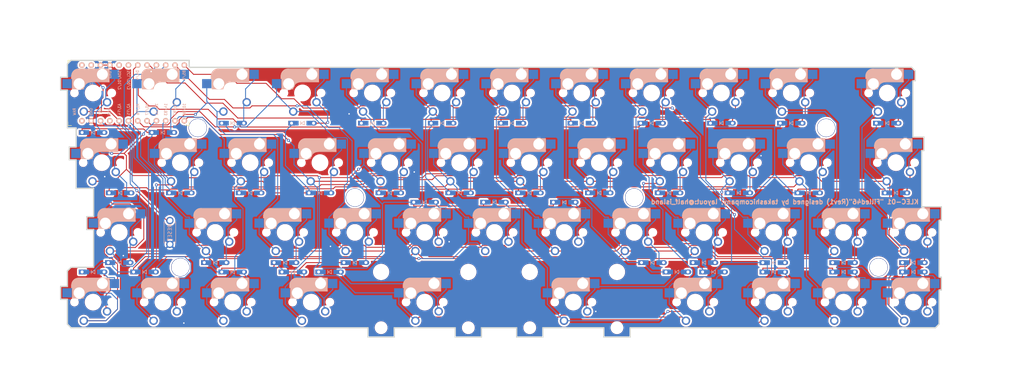
<source format=kicad_pcb>
(kicad_pcb (version 20221018) (generator pcbnew)
  (layers (0 "F.Cu" signal) (31 "B.Cu" signal) (34 "B.Paste" user) (35 "F.Paste" user) (36 "B.SilkS" user "B.Silkscreen") (37 "F.SilkS" user "F.Silkscreen") (38 "B.Mask" user) (39 "F.Mask" user) (44 "Edge.Cuts" user))
  (net 0 "")
  (net 3 "GND")
  (net 6 "row1")
  (net 7 "row2")
  (net 8 "row3")
  (net 9 "row4")
  (net 10 "row5")
  (net 11 "row6")
  (net 12 "col8")
  (net 13 "col7")
  (net 14 "col6")
  (net 15 "col5")
  (net 16 "col4")
  (net 17 "col3")
  (net 18 "col2")
  (net 19 "col1")
  (net 20 "VCC")
  (net 21 "reset")
  (net 23 "Net-(D602-A)")
  (net 24 "Net-(D401-A)")
  (net 25 "Net-(D302-A)")
  (net 26 "Net-(D301-A)")
  (net 27 "Net-(D201-A)")
  (net 28 "Net-(D103-A)")
  (net 29 "Net-(D102-A)")
  (net 30 "Net-(D101-A)")
  (net 31 "Net-(D1-A)")
  (net 32 "Net-(D6-A)")
  (net 33 "Net-(D38-A)")
  (net 34 "Net-(D37-A)")
  (net 35 "Net-(D36-A)")
  (net 36 "Net-(D35-A)")
  (net 37 "Net-(D34-A)")
  (net 38 "Net-(D33-A)")
  (net 39 "Net-(D32-A)")
  (net 40 "Net-(D31-A)")
  (net 41 "Net-(D30-A)")
  (net 42 "Net-(D29-A)")
  (net 43 "Net-(D28-A)")
  (net 44 "Net-(D27-A)")
  (net 45 "Net-(D26-A)")
  (net 46 "Net-(D25-A)")
  (net 47 "Net-(D24-A)")
  (net 48 "Net-(D23-A)")
  (net 49 "Net-(D22-A)")
  (net 50 "Net-(D21-A)")
  (net 51 "Net-(D20-A)")
  (net 52 "Net-(D19-A)")
  (net 53 "Net-(D18-A)")
  (net 54 "Net-(D17-A)")
  (net 55 "Net-(D16-A)")
  (net 56 "Net-(D15-A)")
  (net 57 "Net-(D14-A)")
  (net 58 "Net-(D13-A)")
  (net 59 "Net-(D12-A)")
  (net 60 "Net-(D11-A)")
  (net 61 "Net-(D10-A)")
  (net 62 "Net-(D9-A)")
  (net 63 "Net-(D8-A)")
  (net 64 "Net-(D7-A)")
  (net 65 "Net-(D5-A)")
  (net 66 "Net-(D4-A)")
  (net 67 "Net-(D3-A)")
  (net 68 "Net-(D2-A)")
  (footprint "takashicompany:CherryMX_TH-Hotswap" (layer "F.Cu") (at 0 0)
    (fp_text reference "SW1" hide)
    (fp_text value "SW_Push" hide)
  )
  (footprint "takashicompany:CherryMX_TH-Hotswap" (layer "F.Cu") (at 19.05 0)
    (fp_text reference "SW2" hide)
    (fp_text value "SW_Push" hide)
  )
  (footprint "takashicompany:CherryMX_TH-Hotswap" (layer "F.Cu") (at 38.1 0)
    (fp_text reference "SW3" hide)
    (fp_text value "SW_Push" hide)
  )
  (footprint "takashicompany:CherryMX_TH-Hotswap" (layer "F.Cu") (at 57.15 0)
    (fp_text reference "SW4" hide)
    (fp_text value "SW_Push" hide)
  )
  (footprint "takashicompany:CherryMX_TH-Hotswap" (layer "F.Cu") (at 76.2 0)
    (fp_text reference "SW5" hide)
    (fp_text value "SW_Push" hide)
  )
  (footprint "takashicompany:CherryMX_TH-Hotswap" (layer "F.Cu") (at 95.25 0)
    (fp_text reference "SW6" hide)
    (fp_text value "SW_Push" hide)
  )
  (footprint "takashicompany:CherryMX_TH-Hotswap" (layer "F.Cu") (at 114.3 0)
    (fp_text reference "SW7" hide)
    (fp_text value "SW_Push" hide)
  )
  (footprint "takashicompany:CherryMX_TH-Hotswap" (layer "F.Cu") (at 133.35 0)
    (fp_text reference "SW8" hide)
    (fp_text value "SW_Push" hide)
  )
  (footprint "takashicompany:CherryMX_TH-Hotswap" (layer "F.Cu") (at 152.4 0)
    (fp_text reference "SW9" hide)
    (fp_text value "SW_Push" hide)
  )
  (footprint "takashicompany:CherryMX_TH-Hotswap" (layer "F.Cu") (at 171.45 0)
    (fp_text reference "SW10" hide)
    (fp_text value "SW_Push" hide)
  )
  (footprint "takashicompany:CherryMX_TH-Hotswap" (layer "F.Cu") (at 190.5 0)
    (fp_text reference "SW11" hide)
    (fp_text value "SW_Push" hide)
  )
  (footprint "takashicompany:CherryMX_TH-Hotswap" (layer "F.Cu") (at 23.8125 19.05)
    (fp_text reference "SW12" hide)
    (fp_text value "SW_Push" hide)
  )
  (footprint "takashicompany:CherryMX_TH-Hotswap" (layer "F.Cu") (at 42.8625 19.05)
    (fp_text reference "SW13" hide)
    (fp_text value "SW_Push" hide)
  )
  (footprint "takashicompany:CherryMX_TH-Hotswap" (layer "F.Cu") (at 61.9125 19.05)
    (fp_text reference "SW14" hide)
    (fp_text value "SW_Push" hide)
  )
  (footprint "takashicompany:CherryMX_TH-Hotswap" (layer "F.Cu") (at 80.9625 19.05)
    (fp_text reference "SW15" hide)
    (fp_text value "SW_Push" hide)
  )
  (footprint "takashicompany:CherryMX_TH-Hotswap" (layer "F.Cu") (at 100.0125 19.05)
    (fp_text reference "SW16" hide)
    (fp_text value "SW_Push" hide)
  )
  (footprint "takashicompany:CherryMX_TH-Hotswap" (layer "F.Cu") (at 119.0625 19.05)
    (fp_text reference "SW17" hide)
    (fp_text value "SW_Push" hide)
  )
  (footprint "takashicompany:CherryMX_TH-Hotswap" (layer "F.Cu") (at 138.1125 19.05)
    (fp_text reference "SW18" hide)
    (fp_text value "SW_Push" hide)
  )
  (footprint "takashicompany:CherryMX_TH-Hotswap" (layer "F.Cu") (at 157.1625 19.05)
    (fp_text reference "SW19" hide)
    (fp_text value "SW_Push" hide)
  )
  (footprint "takashicompany:CherryMX_TH-Hotswap" (layer "F.Cu") (at 176.2125 19.05)
    (fp_text reference "SW20" hide)
    (fp_text value "SW_Push" hide)
  )
  (footprint "takashicompany:CherryMX_TH-Hotswap" (layer "F.Cu") (at 195.2625 19.05)
    (fp_text reference "SW21" hide)
    (fp_text value "SW_Push" hide)
  )
  (footprint "takashicompany:CherryMX_TH-Hotswap" (layer "F.Cu") (at 33.3375 38.1)
    (fp_text reference "SW22" hide)
    (fp_text value "SW_Push" hide)
  )
  (footprint "takashicompany:CherryMX_TH-Hotswap" (layer "F.Cu") (at 52.3875 38.1)
    (fp_text reference "SW23" hide)
    (fp_text value "SW_Push" hide)
  )
  (footprint "takashicompany:CherryMX_TH-Hotswap" (layer "F.Cu") (at 71.4375 38.1)
    (fp_text reference "SW24" hide)
    (fp_text value "SW_Push" hide)
  )
  (footprint "takashicompany:CherryMX_TH-Hotswap" (layer "F.Cu") (at 90.4875 38.1)
    (fp_text reference "SW25" hide)
    (fp_text value "SW_Push" hide)
  )
  (footprint "takashicompany:CherryMX_TH-Hotswap" (layer "F.Cu") (at 109.5375 38.1)
    (fp_text reference "SW26" hide)
    (fp_text value "SW_Push" hide)
  )
  (footprint "takashicompany:CherryMX_TH-Hotswap" (layer "F.Cu") (at 128.5875 38.1)
    (fp_text reference "SW27" hide)
    (fp_text value "SW_Push" hide)
  )
  (footprint "takashicompany:CherryMX_TH-Hotswap" (layer "F.Cu") (at 147.6375 38.1)
    (fp_text reference "SW28" hide)
    (fp_text value "SW_Push" hide)
  )
  (footprint "takashicompany:CherryMX_TH-Hotswap" (layer "F.Cu") (at 166.6875 38.1)
    (fp_text reference "SW29" hide)
    (fp_text value "SW_Push" hide)
  )
  (footprint "takashicompany:CherryMX_TH-Hotswap" (layer "F.Cu") (at 185.7375 38.1)
    (fp_text reference "SW30" hide)
    (fp_text value "SW_Push" hide)
  )
  (footprint "takashicompany:CherryMX_TH-Hotswap" (layer "F.Cu") (at 204.7875 38.1)
    (fp_text reference "SW31" hide)
    (fp_text value "SW_Push" hide)
  )
  (footprint "takashicompany:CherryMX_TH-Hotswap" (layer "F.Cu") (at 223.8375 38.1)
    (fp_text reference "SW32" hide)
    (fp_text value "SW_Push" hide)
  )
  (footprint "takashicompany:CherryMX_TH-Hotswap" (layer "F.Cu") (at 0 57.15)
    (fp_text reference "SW33" hide)
    (fp_text value "SW_Push" hide)
  )
  (footprint "takashicompany:CherryMX_TH-Hotswap" (layer "F.Cu") (at 19.05 57.15)
    (fp_text reference "SW34" hide)
    (fp_text value "SW_Push" hide)
  )
  (footprint "takashicompany:CherryMX_TH-Hotswap" (layer "F.Cu") (at 38.1 57.15)
    (fp_text reference "SW35" hide)
    (fp_text value "SW_Push" hide)
  )
  (footprint "takashicompany:CherryMX_TH-Hotswap" (layer "F.Cu") (at 185.7375 57.15)
    (fp_text reference "SW36" hide)
    (fp_text value "SW_Push" hide)
  )
  (footprint "takashicompany:CherryMX_TH-Hotswap" (layer "F.Cu") (at 204.7875 57.15)
    (fp_text reference "SW37" hide)
    (fp_text value "SW_Push" hide)
  )
  (footprint "takashicompany:CherryMX_TH-Hotswap" (layer "F.Cu") (at 223.8375 57.15)
    (fp_text reference "SW38" hide)
    (fp_text value "SW_Push" hide)
  )
  (footprint "takashicompany:CherryMX_TH-Hotswap_1.25u" (layer "F.Cu") (at 2.381 19.05)
    (fp_text reference "SW101" hide)
    (fp_text value "SW_Push" hide)
  )
  (footprint "takashicompany:CherryMX_TH-Hotswap_1.25u" (layer "F.Cu") (at 59.531 57.15)
    (fp_text reference "SW102" hide)
    (fp_text value "SW_Push" hide)
  )
  (footprint "takashicompany:CherryMX_TH-Hotswap_1.25u" (layer "F.Cu") (at 164.306 57.15)
    (fp_text reference "SW103" hide)
    (fp_text value "SW_Push" hide)
  )
  (footprint "takashicompany:CherryMX_TH-Hotswap_1.50u" (layer "F.Cu") (at 219.0755 19.05)
    (fp_text reference "SW201" hide)
    (fp_text value "SW_Push" hide)
  )
  (footprint "takashicompany:CherryMX_TH-Hotswap_1.75u" (layer "F.Cu") (at 216.694 0)
    (fp_text reference "SW301" hide)
    (fp_text value "SW_Push" hide)
  )
  (footprint "takashicompany:CherryMX_TH-Hotswap_1.75u" (layer "F.Cu") (at 7.144 38.1)
    (fp_text reference "SW302" hide)
    (fp_text value "SW_Push" hide)
  )
  (footprint "takashicompany:CherryMX_TH-Hotswap_2.00u" (layer "F.Cu") (at 90.4875 57.15)
    (fp_text reference "SW401" hide)
    (fp_text value "SW_Push" hide)
  )
  (footprint "takashicompany:CherryMX_TH-Hotswap_2.25u" (layer "F.Cu") (at 131.0431 57.15)
    (fp_text reference "SW602" hide)
    (fp_text value "SW_Push" hide)
  )
  (footprint "kbd:HOLE" (layer "F.Cu") (at 200.025 9.525)
    (fp_text reference "Hole04")
    (fp_text value "Val**")
  )
  (footprint "daprice-keyswitches:Stabilizer_MX_2u" (layer "F.Cu") (at 90.4875 57.15 180)
    (fp_text reference "Stab01" hide)
    (fp_text value "Stabilizer_MX_2u" hide)
  )
  (footprint "kbd:HOLE" (layer "F.Cu") (at 71.437 28.575)
    (fp_text reference "Hole03")
    (fp_text value "Val**")
  )
  (footprint "daprice-keyswitches:Stabilizer_MX_2u" (layer "F.Cu") (at 131.0431 57.15 180)
    (fp_text reference "Stab02" hide)
    (fp_text value "Stabilizer_MX_2u" hide)
  )
  (footprint "kbd:HOLE" (layer "F.Cu") (at 147.638 28.575)
    (fp_text reference "Hole06")
    (fp_text value "Val**")
  )
  (footprint "takashicompany:ProMicro_v3.5_print-inside_back" (layer "F.Cu") (at 11.43 0 90)
    (fp_text reference "U1" hide)
    (fp_text value "ProMicro" hide)
  )
  (footprint "kbd:HOLE" (layer "F.Cu") (at 28.575 9.525)
    (fp_text reference "Hole01")
    (fp_text value "Val**")
  )
  (footprint "kbd:HOLE" (layer "F.Cu") (at 214.313 47.625)
    (fp_text reference "Hole05")
    (fp_text value "Val**")
  )
  (footprint "kbd:HOLE" (layer "F.Cu") (at 23.813 47.625)
    (fp_text reference "Hole02")
    (fp_text value "Val**")
  )
  (footprint "kbd:D3_TH_SMD_v2" (layer "B.Cu") (at 0 10.8)
    (fp_text reference "D1" hide)
    (fp_text value "DIODE" hide)
  )
  (footprint "kbd:D3_TH_SMD_v2" (layer "B.Cu") (at 19.05 10.8)
    (fp_text reference "D2" hide)
    (fp_text value "DIODE" hide)
  )
  (footprint "kbd:D3_TH_SMD_v2" (layer "B.Cu") (at 38.1 8.25)
    (fp_text reference "D3" hide)
    (fp_text value "DIODE" hide)
  )
  (footprint "kbd:D3_TH_SMD_v2" (layer "B.Cu") (at 57.15 8.25)
    (fp_text reference "D4" hide)
    (fp_text value "DIODE" hide)
  )
  (footprint "kbd:D3_TH_SMD_v2" (layer "B.Cu") (at 76.2 8.25)
    (fp_text reference "D5" hide)
    (fp_text value "DIODE" hide)
  )
  (footprint "kbd:D3_TH_SMD_v2" (layer "B.Cu") (at 95.25 8.25)
    (fp_text reference "D6" hide)
    (fp_text value "DIODE" hide)
  )
  (footprint "kbd:D3_TH_SMD_v2" (layer "B.Cu") (at 114.3 8.25)
    (fp_text reference "D7" hide)
    (fp_text value "DIODE" hide)
  )
  (footprint "kbd:D3_TH_SMD_v2" (layer "B.Cu") (at 133.35 8.25)
    (fp_text reference "D8" hide)
    (fp_text value "DIODE" hide)
  )
  (footprint "kbd:D3_TH_SMD_v2" (layer "B.Cu") (at 152.4 8.25)
    (fp_text reference "D9" hide)
    (fp_text value "DIODE" hide)
  )
  (footprint "kbd:D3_TH_SMD_v2" (layer "B.Cu") (at 171.45 8.25)
    (fp_text reference "D10" hide)
    (fp_text value "DIODE" hide)
  )
  (footprint "kbd:D3_TH_SMD_v2" (layer "B.Cu") (at 190.5 8.25)
    (fp_text reference "D11" hide)
    (fp_text value "DIODE" hide)
  )
  (footprint "kbd:D3_TH_SMD_v2" (layer "B.Cu") (at 23.8125 27.3)
    (fp_text reference "D12" hide)
    (fp_text value "DIODE" hide)
  )
  (footprint "kbd:D3_TH_SMD_v2" (layer "B.Cu") (at 42.8625 27.3)
    (fp_text reference "D13" hide)
    (fp_text value "DIODE" hide)
  )
  (footprint "kbd:D3_TH_SMD_v2" (layer "B.Cu") (at 61.9125 27.3)
    (fp_text reference "D14" hide)
    (fp_text value "DIODE" hide)
  )
  (footprint "kbd:D3_TH_SMD_v2" (layer "B.Cu") (at 80.9625 27.3)
    (fp_text reference "D15" hide)
    (fp_text value "DIODE" hide)
  )
  (footprint "kbd:D3_TH_SMD_v2" (layer "B.Cu") (at 100.0125 27.3)
    (fp_text reference "D16" hide)
    (fp_text value "DIODE" hide)
  )
  (footprint "kbd:D3_TH_SMD_v2" (layer "B.Cu") (at 119.0625 27.3)
    (fp_text reference "D17" hide)
    (fp_text value "DIODE" hide)
  )
  (footprint "kbd:D3_TH_SMD_v2" (layer "B.Cu") (at 138.1125 27.3)
    (fp_text reference "D18" hide)
    (fp_text value "DIODE" hide)
  )
  (footprint "kbd:D3_TH_SMD_v2" (layer "B.Cu") (at 157.1625 27.3)
    (fp_text reference "D19" hide)
    (fp_text value "DIODE" hide)
  )
  (footprint "kbd:D3_TH_SMD_v2" (layer "B.Cu") (at 176.2125 27.3)
    (fp_text reference "D20" hide)
    (fp_text value "DIODE" hide)
  )
  (footprint "kbd:D3_TH_SMD_v2" (layer "B.Cu") (at 195.2625 27.3)
    (fp_text reference "D21" hide)
    (fp_text value "DIODE" hide)
  )
  (footprint "kbd:D3_TH_SMD_v2" (layer "B.Cu") (at 33.3375 46.35)
    (fp_text reference "D22" hide)
    (fp_text value "DIODE" hide)
  )
  (footprint "kbd:D3_TH_SMD_v2" (layer "B.Cu") (at 52.3875 46.35)
    (fp_text reference "D23" hide)
    (fp_text value "DIODE" hide)
  )
  (footprint "kbd:D3_TH_SMD_v2" (layer "B.Cu") (at 71.4375 46.35)
    (fp_text reference "D24" hide)
    (fp_text value "DIODE" hide)
  )
  (footprint "kbd:D3_TH_SMD_v2" (layer "B.Cu") (at 90.4875 29.85)
    (fp_text reference "D25" hide)
    (fp_text value "DIODE" hide)
  )
  (footprint "kbd:D3_TH_SMD_v2" (layer "B.Cu") (at 109.5375 29.85)
    (fp_text reference "D26" hide)
    (fp_text value "DIODE" hide)
  )
  (footprint "kbd:D3_TH_SMD_v2" (layer "B.Cu") (at 128.5875 29.85)
    (fp_text reference "D27" hide)
    (fp_text value "DIODE" hide)
  )
  (footprint "kbd:D3_TH_SMD_v2" (layer "B.Cu") (at 152.6375 46.35)
    (fp_text reference "D28" hide)
    (fp_text value "DIODE" hide)
  )
  (footprint "kbd:D3_TH_SMD_v2" (layer "B.Cu") (at 166.6875 46.35)
    (fp_text reference "D29" hide)
    (fp_text value "DIODE" hide)
  )
  (footprint "kbd:D3_TH_SMD_v2" (layer "B.Cu") (at 185.7375 46.35)
    (fp_text reference "D30" hide)
    (fp_text value "DIODE" hide)
  )
  (footprint "kbd:D3_TH_SMD_v2" (layer "B.Cu") (at 204.7875 46.35)
    (fp_text reference "D31" hide)
    (fp_text value "DIODE" hide)
  )
  (footprint "kbd:D3_TH_SMD_v2" (layer "B.Cu") (at 223.8375 46.35)
    (fp_text reference "D32" hide)
    (fp_text value "DIODE" hide)
  )
  (footprint "kbd:D3_TH_SMD_v2" (layer "B.Cu") (at 0 48.9)
    (fp_text reference "D33" hide)
    (fp_text value "DIODE" hide)
  )
  (footprint "kbd:D3_TH_SMD_v2" (layer "B.Cu") (at 14.05 48.9)
    (fp_text reference "D34" hide)
    (fp_text value "DIODE" hide)
  )
  (footprint "kbd:D3_TH_SMD_v2" (layer "B.Cu") (at 38.1 48.9)
    (fp_text reference "D35" hide)
    (fp_text value "DIODE" hide)
  )
  (footprint "kbd:D3_TH_SMD_v2" (layer "B.Cu") (at 185.7375 48.9)
    (fp_text reference "D36" hide)
    (fp_text value "DIODE" hide)
  )
  (footprint "kbd:D3_TH_SMD_v2" (layer "B.Cu") (at 204.7875 48.9)
    (fp_text reference "D37" hide)
    (fp_text value "DIODE" hide)
  )
  (footprint "kbd:D3_TH_SMD_v2" (layer "B.Cu") (at 223.8375 48.9)
    (fp_text reference "D38" hide)
    (fp_text value "DIODE" hide)
  )
  (footprint "kbd:D3_TH_SMD_v2" (layer "B.Cu") (at 7.381 27.3)
    (fp_text reference "D101" hide)
    (fp_text value "DIODE" hide)
  )
  (footprint "kbd:D3_TH_SMD_v2" (layer "B.Cu") (at 54.531 48.9)
    (fp_text reference "D102" hide)
    (fp_text value "DIODE" hide)
  )
  (footprint "kbd:D3_TH_SMD_v2" (layer "B.Cu") (at 169.306 48.9)
    (fp_text reference "D103" hide)
    (fp_text value "DIODE" hide)
  )
  (footprint "kbd:D3_TH_SMD_v2" (layer "B.Cu") (at 219.0755 27.3)
    (fp_text reference "D201" hide)
    (fp_text value "DIODE" hide)
  )
  (footprint "kbd:D3_TH_SMD_v2" (layer "B.Cu") (at 216.694 8.25)
    (fp_text reference "D301" hide)
    (fp_text value "DIODE" hide)
  )
  (footprint "kbd:D3_TH_SMD_v2" (layer "B.Cu") (at 7.144 46.35)
    (fp_text reference "D302" hide)
    (fp_text value "DIODE" hide)
  )
  (footprint "kbd:D3_TH_SMD_v2" (layer "B.Cu") (at 64.531 48.9)
    (fp_text reference "D401" hide)
    (fp_text value "DIODE" hide)
  )
  (footprint "kbd:D3_TH_SMD_v2" (layer "B.Cu") (at 159.306 48.9)
    (fp_text reference "D602" hide)
    (fp_text value "DIODE" hide)
  )
  (footprint "kbd:ResetSW_1side" (layer "B.Cu") (at 20.955 38.1 90)
    (fp_text reference "RESET_SW1" hide)
    (fp_text value "SW_Push")
  )
  (gr_line (start 0.143887 26.050008) (end 0.143908 33.81) (stroke (width 0.35)) (layer "Edge.Cuts"))
  (gr_line (start -4.618893 9.525005) (end -4.618893 14.76) (stroke (width 0.35)) (layer "Edge.Cuts"))
  (gr_line (start 98.812498 64.149987) (end 98.812498 66.675005) (stroke (width 0.35)) (layer "Edge.Cuts"))
  (gr_line (start 224.310996 -3.330003) (end 224.310996 -5.999998) (stroke (width 0.35)) (layer "Edge.Cuts"))
  (gr_line (start -4.618893 26.050008) (end 0.143887 26.050008) (stroke (width 0.35)) (layer "Edge.Cuts"))
  (gr_line (start -6.999993 56.360002) (end -6.999993 63.149983) (stroke (width 0.35)) (layer "Edge.Cuts"))
  (gr_line (start 231.454531 50.319996) (end 230.837493 50.319996) (stroke (width 0.35)) (layer "Edge.Cuts"))
  (gr_line (start 226.692526 15.719997) (end 226.692526 12.050002) (stroke (width 0.35)) (layer "Edge.Cuts"))
  (gr_line (start 139.367882 66.675005) (end 146.517876 66.675005) (stroke (width 0.35)) (layer "Edge.Cuts"))
  (gr_line (start 115.56828 64.149987) (end 115.56828 66.675005) (stroke (width 0.35)) (layer "Edge.Cuts"))
  (gr_line (start 226.075488 31.100002) (end 226.075488 15.719997) (stroke (width 0.35)) (layer "Edge.Cuts"))
  (gr_line (start 223.694001 -3.330003) (end 224.310996 -3.330003) (stroke (width 0.35)) (layer "Edge.Cuts"))
  (gr_line (start -8.86 -0.789998) (end -6.999993 -0.789998) (stroke (width 0.35)) (layer "Edge.Cuts"))
  (gr_line (start 0.143908 33.81) (end -1.710953 33.81) (stroke (width 0.35)) (layer "Edge.Cuts"))
  (gr_line (start -8.86 52.86) (end -8.86 56.360002) (stroke (width 0.35)) (layer "Edge.Cuts"))
  (gr_line (start 0.143994 47.625005) (end -5.999989 47.625005) (stroke (width 0.35)) (layer "Edge.Cuts"))
  (gr_curve (pts (xy -5.999989 -8.89999) (xy -6.390515 -8.509464) (xy -6.609467 -8.290512) (xy -6.999993 -7.899987)) (stroke (width 0.35)) (layer "Edge.Cuts"))
  (gr_line (start -8.86 -4.29) (end -8.86 -0.789998) (stroke (width 0.35)) (layer "Edge.Cuts"))
  (gr_curve (pts (xy 229.837493 64.135001) (xy 230.228017 63.744476) (xy 230.446968 63.525525) (xy 230.837493 63.135001)) (stroke (width 0.35)) (layer "Edge.Cuts"))
  (gr_line (start 146.517876 66.675005) (end 146.517876 64.135001) (stroke (width 0.35)) (layer "Edge.Cuts"))
  (gr_line (start -6.999993 -7.899987) (end -6.999993 -4.29) (stroke (width 0.35)) (layer "Edge.Cuts"))
  (gr_line (start 226.692526 12.050002) (end 223.694001 12.050002) (stroke (width 0.35)) (layer "Edge.Cuts"))
  (gr_line (start 98.812498 66.675005) (end 105.962492 66.675005) (stroke (width 0.35)) (layer "Edge.Cuts"))
  (gr_line (start 231.454531 53.819997) (end 231.454531 50.319996) (stroke (width 0.35)) (layer "Edge.Cuts"))
  (gr_line (start 146.517876 64.135001) (end 229.837493 64.135001) (stroke (width 0.35)) (layer "Edge.Cuts"))
  (gr_line (start 82.16289 64.149987) (end 98.812498 64.149987) (stroke (width 0.35)) (layer "Edge.Cuts"))
  (gr_line (start 82.16289 66.675005) (end 82.16289 64.149987) (stroke (width 0.35)) (layer "Edge.Cuts"))
  (gr_line (start -4.618893 14.76) (end -6.478986 14.76) (stroke (width 0.35)) (layer "Edge.Cuts"))
  (gr_line (start 75.012896 66.675005) (end 82.16289 66.675005) (stroke (width 0.35)) (layer "Edge.Cuts"))
  (gr_line (start 231.454531 34.769997) (end 231.454531 31.100002) (stroke (width 0.35)) (layer "Edge.Cuts"))
  (gr_line (start 230.837493 63.135001) (end 230.837493 53.819997) (stroke (width 0.35)) (layer "Edge.Cuts"))
  (gr_line (start -6.999993 48.625009) (end -6.999993 52.86) (stroke (width 0.35)) (layer "Edge.Cuts"))
  (gr_line (start -8.86 56.360002) (end -6.999993 56.360002) (stroke (width 0.35)) (layer "Edge.Cuts"))
  (gr_line (start 230.837493 50.319996) (end 230.837493 34.769997) (stroke (width 0.35)) (layer "Edge.Cuts"))
  (gr_line (start 105.962492 64.149987) (end 115.56828 64.149987) (stroke (width 0.35)) (layer "Edge.Cuts"))
  (gr_line (start 139.367882 64.135001) (end 139.367882 66.675005) (stroke (width 0.35)) (layer "Edge.Cuts"))
  (gr_line (start -6.478986 14.76) (end -6.478986 18.260002) (stroke (width 0.35)) (layer "Edge.Cuts"))
  (gr_line (start 223.310996 -6.999998) (end 26.218006 -6.999998) (stroke (width 0.35)) (layer "Edge.Cuts"))
  (gr_curve (pts (xy -6.999993 63.149983) (xy -6.609467 63.540509) (xy -6.390515 63.759461) (xy -5.999989 64.149987)) (stroke (width 0.35)) (layer "Edge.Cuts"))
  (gr_line (start 0.14393 37.310002) (end 0.143994 47.625005) (stroke (width 0.35)) (layer "Edge.Cuts"))
  (gr_line (start -6.999993 -4.29) (end -8.86 -4.29) (stroke (width 0.35)) (layer "Edge.Cuts"))
  (gr_line (start -6.478986 18.260002) (end -4.618893 18.260002) (stroke (width 0.35)) (layer "Edge.Cuts"))
  (gr_line (start 230.837493 34.769997) (end 231.454531 34.769997) (stroke (width 0.35)) (layer "Edge.Cuts"))
  (gr_line (start 75.012896 64.149987) (end 75.012896 66.675005) (stroke (width 0.35)) (layer "Edge.Cuts"))
  (gr_line (start 122.718295 64.135001) (end 139.367882 64.135001) (stroke (width 0.35)) (layer "Edge.Cuts"))
  (gr_line (start 226.075488 15.719997) (end 226.692526 15.719997) (stroke (width 0.35)) (layer "Edge.Cuts"))
  (gr_line (start -6.999993 -0.789998) (end -6.999993 9.525005) (stroke (width 0.35)) (layer "Edge.Cuts"))
  (gr_line (start 26.218006 -8.89999) (end -5.999989 -8.89999) (stroke (width 0.35)) (layer "Edge.Cuts"))
  (gr_line (start 223.694001 12.050002) (end 223.694001 -3.330003) (stroke (width 0.35)) (layer "Edge.Cuts"))
  (gr_line (start -1.710953 37.310002) (end 0.14393 37.310002) (stroke (width 0.35)) (layer "Edge.Cuts"))
  (gr_line (start -1.710953 33.81) (end -1.710953 37.310002) (stroke (width 0.35)) (layer "Edge.Cuts"))
  (gr_line (start -4.618893 18.260002) (end -4.618893 26.050008) (stroke (width 0.35)) (layer "Edge.Cuts"))
  (gr_line (start -5.999989 64.149987) (end 75.012896 64.149987) (stroke (width 0.35)) (layer "Edge.Cuts"))
  (gr_line (start 26.218006 -6.999998) (end 26.218006 -8.89999) (stroke (width 0.35)) (layer "Edge.Cuts"))
  (gr_curve (pts (xy 224.310996 -5.999998) (xy 223.920472 -6.390523) (xy 223.70152 -6.609474) (xy 223.310996 -6.999998)) (stroke (width 0.35)) (layer "Edge.Cuts"))
  (gr_line (start 122.718295 66.675005) (end 122.718295 64.135001) (stroke (width 0.35)) (layer "Edge.Cuts"))
  (gr_line (start 230.837493 53.819997) (end 231.454531 53.819997) (stroke (width 0.35)) (layer "Edge.Cuts"))
  (gr_line (start 231.454531 31.100002) (end 226.075488 31.100002) (stroke (width 0.35)) (layer "Edge.Cuts"))
  (gr_line (start 105.962492 66.675005) (end 105.962492 64.149987) (stroke (width 0.35)) (layer "Edge.Cuts"))
  (gr_line (start -6.999993 52.86) (end -8.86 52.86) (stroke (width 0.35)) (layer "Edge.Cuts"))
  (gr_line (start -6.999993 9.525005) (end -4.618893 9.525005) (stroke (width 0.35)) (layer "Edge.Cuts"))
  (gr_curve (pts (xy -5.999989 47.625005) (xy -6.390515 48.015531) (xy -6.609467 48.234483) (xy -6.999993 48.625009)) (stroke (width 0.35)) (layer "Edge.Cuts"))
  (gr_line (start 115.56828 66.675005) (end 122.718295 66.675005) (stroke (width 0.35)) (layer "Edge.Cuts"))
  (gr_text "KLEC-01 {dblquote}Filled46{dblquote}(Rev1) designed by takashicompany, layout:@half_island" (at 225.425 30.48) (layer "B.SilkS") (effects (font (size 1.25 1.25) (thickness 0.3) bold) (justify left bottom mirror)))
  (segment (start 9.7103 9.032) (end 8.5298 9.032) (width 0.25) (layer "F.Cu") (net 3))
  (segment (start 8.2629 -3.9205) (end 4.572 -7.6114) (width 0.25) (layer "F.Cu") (net 3))
  (segment (start 2.032 -7.6114) (end 4.572 -7.6114) (width 0.25) (layer "F.Cu") (net 3))
  (segment (start 8.2629 8.7651) (end 8.2629 -3.9205) (width 0.25) (layer "F.Cu") (net 3))
  (segment (start 8.5298 9.032) (end 8.2629 8.7651) (width 0.25) (layer "F.Cu") (net 3))
  (segment (start 0.6485 8.7651) (end -0.508 7.6086) (width 0.25) (layer "F.Cu") (net 3))
  (segment (start 8.2629 8.7651) (end 0.6485 8.7651) (width 0.25) (layer "F.Cu") (net 3))
  (via (at 69.85 5.715) (size 0.8) (drill 0.4) (layers "F.Cu" "B.Cu") (net 3))
  (via (at 9.7103 9.032) (size 0.8) (drill 0.4) (layers "F.Cu" "B.Cu") (net 3))
  (via (at 87.63 21.59) (size 0.8) (drill 0.4) (layers "F.Cu" "B.Cu") (net 3))
  (via (at 137.16 59.69) (size 0.8) (drill 0.4) (layers "F.Cu" "B.Cu") (net 3))
  (via (at 24.765 62.865) (size 0.8) (drill 0.4) (layers "F.Cu" "B.Cu") (net 3))
  (via (at 8.255 44.45) (size 0.8) (drill 0.4) (layers "F.Cu" "B.Cu") (net 3))
  (via (at 182.245 17.145) (size 0.8) (drill 0.4) (layers "F.Cu" "B.Cu") (net 3))
  (via (at 97.155 40.64) (size 0.8) (drill 0.4) (layers "F.Cu" "B.Cu") (net 3))
  (via (at 64.77 41.91) (size 0.8) (drill 0.4) (layers "F.Cu" "B.Cu") (net 3))
  (via (at 3.175 22.86) (size 0.8) (drill 0.4) (layers "F.Cu" "B.Cu") (net 3))
  (segment (start 18.4697 38.8647) (end 18.4697 24.1369) (width 0.25) (layer "B.Cu") (net 3))
  (segment (start 11.9013 11.223) (end 9.7103 9.032) (width 0.25) (layer "B.Cu") (net 3))
  (segment (start 20.955 41.35) (end 18.4697 38.8647) (width 0.25) (layer "B.Cu") (net 3))
  (segment (start 11.9013 17.5685) (end 11.9013 11.223) (width 0.25) (layer "B.Cu") (net 3))
  (segment (start 18.4697 24.1369) (end 11.9013 17.5685) (width 0.25) (layer "B.Cu") (net 3))
  (segment (start 20.8125 26.4851) (end 21.0245 26.2731) (width 0.25) (layer "F.Cu") (net 6))
  (segment (start 16.05 10.8) (end 14.7841 10.8) (width 0.25) (layer "F.Cu") (net 6))
  (segment (start 4.381 26.2731) (end 4.7688 25.8853) (width 0.25) (layer "F.Cu") (net 6))
  (segment (start 46.7059 26.2731) (end 47.7328 27.3) (width 0.25) (layer "F.Cu") (net 6))
  (segment (start 11.0014 -6.4208) (end 12.192 -7.6114) (width 0.25) (layer "F.Cu") (net 6))
  (segment (start 11.0014 9.8524) (end 8.6214 9.8524) (width 0.25) (layer "F.Cu") (net 6))
  (segment (start 13.8365 9.8524) (end 14.7841 10.8) (width 0.25) (layer "F.Cu") (net 6))
  (segment (start 8.5421 9.7731) (end -3 9.7731) (width 0.25) (layer "F.Cu") (net 6))
  (segment (start 39.8625 27.3) (end 39.8625 26.2731) (width 0.25) (layer "F.Cu") (net 6))
  (segment (start 21.0245 26.2731) (end 39.8625 26.2731) (width 0.25) (layer "F.Cu") (net 6))
  (segment (start 14.6199 25.8853) (end 15.2197 26.4851) (width 0.25) (layer "F.Cu") (net 6))
  (segment (start 20.8125 27.3) (end 20.8125 26.4851) (width 0.25) (layer "F.Cu") (net 6))
  (segment (start -3 10.8) (end -3 9.7731) (width 0.25) (layer "F.Cu") (net 6))
  (segment (start 11.0014 9.8524) (end 13.8365 9.8524) (width 0.25) (layer "F.Cu") (net 6))
  (segment (start 8.6214 9.8524) (end 8.5421 9.7731) (width 0.25) (layer "F.Cu") (net 6))
  (segment (start 11.0014 9.8524) (end 11.0014 -6.4208) (width 0.25) (layer "F.Cu") (net 6))
  (segment (start 4.381 27.3) (end 4.381 26.2731) (width 0.25) (layer "F.Cu") (net 6))
  (segment (start 47.7328 27.3) (end 58.9125 27.3) (width 0.25) (layer "F.Cu") (net 6))
  (segment (start 4.7688 25.8853) (end 14.6199 25.8853) (width 0.25) (layer "F.Cu") (net 6))
  (segment (start 15.2197 26.4851) (end 20.8125 26.4851) (width 0.25) (layer "F.Cu") (net 6))
  (segment (start 39.8625 26.2731) (end 46.7059 26.2731) (width 0.25) (layer "F.Cu") (net 6))
  (segment (start 20.8125 26.2731) (end 19.6864 25.147) (width 0.25) (layer "B.Cu") (net 6))
  (segment (start 52.49 19.8506) (end 52.49 10.4234) (width 0.25) (layer "B.Cu") (net 6))
  (segment (start 54.15 8.25) (end 54.15 8.7634) (width 0.25) (layer "B.Cu") (net 6))
  (segment (start 20.9606 26.9346) (end 20.9606 27.3) (width 0.25) (layer "B.Cu") (net 6))
  (segment (start 17.275 10.8) (end 16.1981 10.8) (width 0.25) (layer "B.Cu") (net 6))
  (segment (start -1.775 10.8) (end -3 10.8) (width 0.25) (layer "B.Cu") (net 6))
  (segment (start 19.6864 23.2916) (end 15.0756 18.6808) (width 0.25) (layer "B.Cu") (net 6))
  (segment (start 15.0756 12.8013) (end 16.05 11.8269) (width 0.25) (layer "B.Cu") (net 6))
  (segment (start 16.05 11.3134) (end 16.1981 11.1653) (width 0.25) (layer "B.Cu") (net 6))
  (segment (start 36.325 8.7634) (end 36.325 9.2769) (width 0.25) (layer "B.Cu") (net 6))
  (segment (start 41.0875 27.3) (end 39.8625 27.3) (width 0.25) (layer "B.Cu") (net 6))
  (segment (start 15.0756 18.6808) (end 15.0756 12.8013) (width 0.25) (layer "B.Cu") (net 6))
  (segment (start 59.0606 26.9346) (end 59.0606 27.3) (width 0.25) (layer "B.Cu") (net 6))
  (segment (start 20.8125 26.7865) (end 20.8125 26.2731) (width 0.25) (layer "B.Cu") (net 6))
  (segment (start 20.8125 27.3) (end 20.8125 26.7865) (width 0.25) (layer "B.Cu") (net 6))
  (segment (start 19.6864 25.147) (end 19.6864 23.2916) (width 0.25) (layer "B.Cu") (net 6))
  (segment (start 52.49 10.4234) (end 54.15 8.7634) (width 0.25) (layer "B.Cu") (net 6))
  (segment (start 22.0375 27.3) (end 20.9606 27.3) (width 0.25) (layer "B.Cu") (net 6))
  (segment (start 58.9125 27.3) (end 58.9125 26.7865) (width 0.25) (layer "B.Cu") (net 6))
  (segment (start 35.6134 8.7634) (end 35.1 8.25) (width 0.25) (layer "B.Cu") (net 6))
  (segment (start 58.9125 26.7865) (end 58.9125 26.2731) (width 0.25) (layer "B.Cu") (net 6))
  (segment (start 36.325 8.25) (end 36.325 8.7634) (width 0.25) (layer "B.Cu") (net 6))
  (segment (start 60.1375 27.3) (end 59.0606 27.3) (width 0.25) (layer "B.Cu") (net 6))
  (segment (start 54.2981 8.6153) (end 54.15 8.7634) (width 0.25) (layer "B.Cu") (net 6))
  (segment (start 55.375 8.25) (end 54.2981 8.25) (width 0.25) (layer "B.Cu") (net 6))
  (segment (start 16.05 10.8) (end 16.05 11.3134) (width 0.25) (layer "B.Cu") (net 6))
  (segment (start 16.1981 11.1653) (end 16.1981 10.8) (width 0.25) (layer "B.Cu") (net 6))
  (segment (start 58.9125 26.7865) (end 59.0606 26.9346) (width 0.25) (layer "B.Cu") (net 6))
  (segment (start 52.49 10.4234) (end 37.4715 10.4234) (width 0.25) (layer "B.Cu") (net 6))
  (segment (start 54.2981 8.25) (end 54.2981 8.6153) (width 0.25) (layer "B.Cu") (net 6))
  (segment (start 16.05 11.3134) (end 16.05 11.8269) (width 0.25) (layer "B.Cu") (net 6))
  (segment (start 5.606 27.3) (end 4.381 27.3) (width 0.25) (layer "B.Cu") (net 6))
  (segment (start 20.8125 26.7865) (end 20.9606 26.9346) (width 0.25) (layer "B.Cu") (net 6))
  (segment (start 37.4715 10.4234) (end 36.325 9.2769) (width 0.25) (layer "B.Cu") (net 6))
  (segment (start 36.325 8.7634) (end 35.6134 8.7634) (width 0.25) (layer "B.Cu") (net 6))
  (segment (start 58.9125 26.2731) (end 52.49 19.8506) (width 0.25) (layer "B.Cu") (net 6))
  (segment (start 39.4819 6.8524) (end 35.4106 2.7811) (width 0.25) (layer "F.Cu") (net 7))
  (segment (start 73.2 7.2231) (end 92.2483 7.2231) (width 0.25) (layer "F.Cu") (net 7))
  (segment (start 30.5924 2.7811) (end 25.0986 -2.7127) (width 0.25) (layer "F.Cu") (net 7))
  (segment (start 92.2483 7.2231) (end 92.25 7.2248) (width 0.25) (layer "F.Cu") (net 7))
  (segment (start 92.25 7.2248) (end 92.2517 7.2231) (width 0.25) (layer "F.Cu") (net 7))
  (segment (start 135.1125 26.481) (end 134.9046 26.2731) (width 0.25) (layer "F.Cu") (net 7))
  (segment (start 35.4106 2.7811) (end 30.5924 2.7811) (width 0.25) (layer "F.Cu") (net 7))
  (segment (start 92.25 8.25) (end 92.25 7.349) (width 0.25) (layer "F.Cu") (net 7))
  (segment (start 73.2 7.2246) (end 73.2 7.2238) (width 0.25) (layer "F.Cu") (net 7))
  (segment (start 73.2 8.25) (end 73.2 7.349) (width 0.25) (layer "F.Cu") (net 7))
  (segment (start 77.9625 26.2731) (end 97.0125 26.2731) (width 0.25) (layer "F.Cu") (net 7))
  (segment (start 15.3293 -7.6114) (end 14.732 -7.6114) (width 0.25) (layer "F.Cu") (net 7))
  (segment (start 77.9625 27.3) (end 77.9625 26.2731) (width 0.25) (layer "F.Cu") (net 7))
  (segment (start 111.3 8.25) (end 111.3 7.2231) (width 0.25) (layer "F.Cu") (net 7))
  (segment (start 111.3 7.2231) (end 130.35 7.2231) (width 0.25) (layer "F.Cu") (net 7))
  (segment (start 73.2 7.2238) (end 72.8286 6.8524) (width 0.25) (layer "F.Cu") (net 7))
  (segment (start 116.0625 26.2746) (end 116.0625 26.2731) (width 0.25) (layer "F.Cu") (net 7))
  (segment (start 116.0625 26.2731) (end 97.0125 26.2731) (width 0.25) (layer "F.Cu") (net 7))
  (segment (start 20.228 -2.7127) (end 15.3293 -7.6114) (width 0.25) (layer "F.Cu") (net 7))
  (segment (start 25.0986 -2.7127) (end 20.228 -2.7127) (width 0.25) (layer "F.Cu") (net 7))
  (segment (start 73.2 7.349) (end 73.2 7.2246) (width 0.25) (layer "F.Cu") (net 7))
  (segment (start 92.25 7.349) (end 92.25 7.2248) (width 0.25) (layer "F.Cu") (net 7))
  (segment (start 130.35 8.25) (end 130.35 7.2231) (width 0.25) (layer "F.Cu") (net 7))
  (segment (start 72.8286 6.8524) (end 39.4819 6.8524) (width 0.25) (layer "F.Cu") (net 7))
  (segment (start 116.0625 27.3) (end 116.0625 26.2746) (width 0.25) (layer "F.Cu") (net 7))
  (segment (start 73.2 7.2238) (end 73.2 7.2231) (width 0.25) (layer "F.Cu") (net 7))
  (segment (start 92.2517 7.2231) (end 111.3 7.2231) (width 0.25) (layer "F.Cu") (net 7))
  (segment (start 116.064 26.2731) (end 116.0625 26.2746) (width 0.25) (layer "F.Cu") (net 7))
  (segment (start 135.1125 27.3) (end 135.1125 26.481) (width 0.25) (layer "F.Cu") (net 7))
  (segment (start 97.0125 27.3) (end 97.0125 26.2731) (width 0.25) (layer "F.Cu") (net 7))
  (segment (start 134.9046 26.2731) (end 116.064 26.2731) (width 0.25) (layer "F.Cu") (net 7))
  (segment (start 79.1875 27.3) (end 77.9625 27.3) (width 0.25) (layer "B.Cu") (net 7))
  (segment (start 91.2747 21.0487) (end 97.0125 26.7865) (width 0.25) (layer "B.Cu") (net 7))
  (segment (start 73.2 8.25) (end 74.425 8.25) (width 0.25) (layer "B.Cu") (net 7))
  (segment (start 91.2747 10.2522) (end 91.2747 21.0487) (width 0.25) (layer "B.Cu") (net 7))
  (segment (start 98.2375 27.3) (end 97.1606 27.3) (width 0.25) (layer "B.Cu") (net 7))
  (segment (start 97.1606 26.9346) (end 97.1606 27.3) (width 0.25) (layer "B.Cu") (net 7))
  (segment (start 97.0125 27.3) (end 97.0125 26.7865) (width 0.25) (layer "B.Cu") (net 7))
  (segment (start 117.2875 27.3) (end 116.0625 27.3) (width 0.25) (layer "B.Cu") (net 7))
  (segment (start 131.575 8.25) (end 130.35 8.25) (width 0.25) (layer "B.Cu") (net 7))
  (segment (start 92.25 8.7634) (end 92.25 9.2769) (width 0.25) (layer "B.Cu") (net 7))
  (segment (start 97.0125 26.7865) (end 97.1606 26.9346) (width 0.25) (layer "B.Cu") (net 7))
  (segment (start 92.25 8.25) (end 92.25 8.7634) (width 0.25) (layer "B.Cu") (net 7))
  (segment (start 136.3375 27.3) (end 135.1125 27.3) (width 0.25) (layer "B.Cu") (net 7))
  (segment (start 111.3 8.25) (end 112.525 8.25) (width 0.25) (layer "B.Cu") (net 7))
  (segment (start 92.3981 8.6153) (end 92.3981 8.25) (width 0.25) (layer "B.Cu") (net 7))
  (segment (start 92.25 9.2769) (end 91.2747 10.2522) (width 0.25) (layer "B.Cu") (net 7))
  (segment (start 92.25 8.7634) (end 92.3981 8.6153) (width 0.25) (layer "B.Cu") (net 7))
  (segment (start 93.475 8.25) (end 92.3981 8.25) (width 0.25) (layer "B.Cu") (net 7))
  (segment (start 192.3884 26.2731) (end 192.2625 26.399) (width 0.25) (layer "F.Cu") (net 8))
  (segment (start 31.404 4.4509) (end 18.0304 4.4509) (width 0.25) (layer "F.Cu") (net 8))
  (segment (start 149.4 8.7634) (end 148.856 9.3074) (width 0.25) (layer "F.Cu") (net 8))
  (segment (start 40.4259 9.3074) (end 38.207 7.0885) (width 0.25) (layer "F.Cu") (net 8))
  (segment (start 168.45 7.2231) (end 150.9403 7.2231) (width 0.25) (layer "F.Cu") (net 8))
  (segment (start 150.9403 7.2231) (end 149.4 8.7634) (width 0.25) (layer "F.Cu") (net 8))
  (segment (start 168.45 8.25) (end 168.45 7.2231) (width 0.25) (layer "F.Cu") (net 8))
  (segment (start 17.1396 3.5601) (end 15.268 3.5601) (width 0.25) (layer "F.Cu") (net 8))
  (segment (start 173.2125 27.3) (end 173.2125 26.2731) (width 0.25) (layer "F.Cu") (net 8))
  (segment (start 34.0416 7.0885) (end 31.404 4.4509) (width 0.25) (layer "F.Cu") (net 8))
  (segment (start 216.0755 27.3) (end 216.0755 26.2731) (width 0.25) (layer "F.Cu") (net 8))
  (segment (start 154.1625 27.3) (end 154.1625 26.2731) (width 0.25) (layer "F.Cu") (net 8))
  (segment (start 15.5086 -5.8699) (end 15.8424 -5.8699) (width 0.25) (layer "F.Cu") (net 8))
  (segment (start 12.3486 0.6407) (end 12.3486 -2.7099) (width 0.25) (layer "F.Cu") (net 8))
  (segment (start 216.0755 26.2731) (end 192.3884 26.2731) (width 0.25) (layer "F.Cu") (net 8))
  (segment (start 15.268 3.5601) (end 12.3486 0.6407) (width 0.25) (layer "F.Cu") (net 8))
  (segment (start 148.856 9.3074) (end 40.4259 9.3074) (width 0.25) (layer "F.Cu") (net 8))
  (segment (start 154.1625 26.2731) (end 173.2125 26.2731) (width 0.25) (layer "F.Cu") (net 8))
  (segment (start 149.4 8.25) (end 149.4 8.7634) (width 0.25) (layer "F.Cu") (net 8))
  (segment (start 12.3486 -2.7099) (end 15.5086 -5.8699) (width 0.25) (layer "F.Cu") (net 8))
  (segment (start 192.2625 27.3) (end 192.2625 26.399) (width 0.25) (layer "F.Cu") (net 8))
  (segment (start 18.0304 4.4509) (end 17.1396 3.5601) (width 0.25) (layer "F.Cu") (net 8))
  (segment (start 38.207 7.0885) (end 34.0416 7.0885) (width 0.25) (layer "F.Cu") (net 8))
  (via (at 15.8424 -5.8699) (size 0.8) (drill 0.4) (layers "F.Cu" "B.Cu") (net 8))
  (segment (start 213.694 8.25) (end 213.694 9.2769) (width 0.25) (layer "B.Cu") (net 8))
  (segment (start 179.899 28.3269) (end 185.9613 22.2646) (width 0.25) (layer "B.Cu") (net 8))
  (segment (start 216.0755 26.2731) (end 210.3374 20.535) (width 0.25) (layer "B.Cu") (net 8))
  (segment (start 217.3005 27.3) (end 216.2236 27.3) (width 0.25) (layer "B.Cu") (net 8))
  (segment (start 15.8424 -5.8699) (end 17.272 -7.2995) (width 0.25) (layer "B.Cu") (net 8))
  (segment (start 187.5 8.7634) (end 187.5 9.2769) (width 0.25) (layer "B.Cu") (net 8))
  (segment (start 155.3875 27.3) (end 154.1625 27.3) (width 0.25) (layer "B.Cu") (net 8))
  (segment (start 17.272 -7.2995) (end 17.272 -7.6114) (width 0.25) (layer "B.Cu") (net 8))
  (segment (start 188.725 8.25) (end 187.6481 8.25) (width 0.25) (layer "B.Cu") (net 8))
  (segment (start 168.45 8.25) (end 169.675 8.25) (width 0.25) (layer "B.Cu") (net 8))
  (segment (start 187.5 9.2769) (end 185.9613 9.2769) (width 0.25) (layer "B.Cu") (net 8))
  (segment (start 149.4 8.25) (end 150.625 8.25) (width 0.25) (layer "B.Cu") (net 8))
  (segment (start 214.919 8.25) (end 213.694 8.25) (width 0.25) (layer "B.Cu") (net 8))
  (segment (start 216.2236 26.9346) (end 216.2236 27.3) (width 0.25) (layer "B.Cu") (net 8))
  (segment (start 173.2125 27.3) (end 174.4375 27.3) (width 0.25) (layer "B.Cu") (net 8))
  (segment (start 174.4375 28.3269) (end 179.899 28.3269) (width 0.25) (layer "B.Cu") (net 8))
  (segment (start 187.5 8.25) (end 187.5 8.7634) (width 0.25) (layer "B.Cu") (net 8))
  (segment (start 190.9966 27.3) (end 185.9613 22.2646) (width 0.25) (layer "B.Cu") (net 8))
  (segment (start 187.5 8.7634) (end 187.6481 8.6153) (width 0.25) (layer "B.Cu") (net 8))
  (segment (start 216.0755 26.7865) (end 216.0755 26.2731) (width 0.25) (layer "B.Cu") (net 8))
  (segment (start 185.9613 22.2646) (end 185.9613 9.2769) (width 0.25) (layer "B.Cu") (net 8))
  (segment (start 216.0755 26.7865) (end 216.2236 26.9346) (width 0.25) (layer "B.Cu") (net 8))
  (segment (start 174.4375 27.3) (end 174.4375 28.3269) (width 0.25) (layer "B.Cu") (net 8))
  (segment (start 193.4875 27.3) (end 192.2625 27.3) (width 0.25) (layer "B.Cu") (net 8))
  (segment (start 210.3374 20.535) (end 210.3374 12.6335) (width 0.25) (layer "B.Cu") (net 8))
  (segment (start 216.0755 27.3) (end 216.0755 26.7865) (width 0.25) (layer "B.Cu") (net 8))
  (segment (start 185.9613 9.2769) (end 169.675 9.2769) (width 0.25) (layer "B.Cu") (net 8))
  (segment (start 192.2625 27.3) (end 190.9966 27.3) (width 0.25) (layer "B.Cu") (net 8))
  (segment (start 169.675 8.25) (end 169.675 9.2769) (width 0.25) (layer "B.Cu") (net 8))
  (segment (start 210.3374 12.6335) (end 213.694 9.2769) (width 0.25) (layer "B.Cu") (net 8))
  (segment (start 187.6481 8.6153) (end 187.6481 8.25) (width 0.25) (layer "B.Cu") (net 8))
  (segment (start 14.2247 44.6984) (end 29.7128 44.6984) (width 0.25) (layer "F.Cu") (net 9))
  (segment (start 29.7128 44.6984) (end 30.3375 45.3231) (width 0.25) (layer "F.Cu") (net 9))
  (segment (start 49.3875 46.35) (end 49.3875 47.3769) (width 0.25) (layer "F.Cu") (net 9))
  (segment (start 11.05 48.9) (end 11.05 47.8731) (width 0.25) (layer "F.Cu") (net 9))
  (segment (start 35.1 47.8731) (end 48.8913 47.8731) (width 0.25) (layer "F.Cu") (net 9))
  (segment (start 35.1 48.9) (end 35.1 47.8731) (width 0.25) (layer "F.Cu") (net 9))
  (segment (start 30.3375 46.35) (end 30.3375 45.3231) (width 0.25) (layer "F.Cu") (net 9))
  (segment (start 58.1765 46.35) (end 68.4375 46.35) (width 0.25) (layer "F.Cu") (net 9))
  (segment (start 11.05 47.8731) (end 14.2247 44.6984) (width 0.25) (layer "F.Cu") (net 9))
  (segment (start 55.6265 48.9) (end 58.1765 46.35) (width 0.25) (layer "F.Cu") (net 9))
  (segment (start 51.531 48.9) (end 55.6265 48.9) (width 0.25) (layer "F.Cu") (net 9))
  (segment (start 48.8913 47.8731) (end 49.3875 47.3769) (width 0.25) (layer "F.Cu") (net 9))
  (segment (start 51.531 48.9) (end 51.531 48.3865) (width 0.25) (layer "B.Cu") (net 9))
  (segment (start 12.275 47.8731) (end 15.1578 44.9903) (width 0.25) (layer "B.Cu") (net 9))
  (segment (start 6.8921 48.9) (end 11.05 48.9) (width 0.25) (layer "B.Cu") (net 9))
  (segment (start 15.1578 21.6387) (end 11.1493 17.6302) (width 0.25) (layer "B.Cu") (net 9))
  (segment (start 12.275 48.9) (end 11.05 48.9) (width 0.25) (layer "B.Cu") (net 9))
  (segment (start 51.6791 48.5346) (end 51.6791 48.9) (width 0.25) (layer "B.Cu") (net 9))
  (segment (start 51.531 48.3865) (end 51.531 47.8731) (width 0.25) (layer "B.Cu") (net 9))
  (segment (start 33.8341 48.9) (end 32.311 47.3769) (width 0.25) (layer "B.Cu") (net 9))
  (segment (start 49.9009 46.8634) (end 49.3875 46.35) (width 0.25) (layer "B.Cu") (net 9))
  (segment (start 5.369 47.3769) (end 6.8921 48.9) (width 0.25) (layer "B.Cu") (net 9))
  (segment (start 51.531 47.8731) (end 51.1087 47.8731) (width 0.25) (layer "B.Cu") (net 9))
  (segment (start 51.1087 47.8731) (end 50.6125 47.3769) (width 0.25) (layer "B.Cu") (net 9))
  (segment (start 4.144 46.35) (end 2.3755 46.35) (width 0.25) (layer "B.Cu") (net 9))
  (segment (start -1.775 48.9) (end -3 48.9) (width 0.25) (layer "B.Cu") (net 9))
  (segment (start 2.3755 46.35) (end -0.1745 48.9) (width 0.25) (layer "B.Cu") (net 9))
  (segment (start 8.507 -2.1506) (end 11.4494 -5.093) (width 0.25) (layer "B.Cu") (net 9))
  (segment (start 15.1578 44.9903) (end 15.1578 21.6387) (width 0.25) (layer "B.Cu") (net 9))
  (segment (start 11.1493 11.77) (end 8.507 9.1277) (width 0.25) (layer "B.Cu") (net 9))
  (segment (start 8.507 9.1277) (end 8.507 -2.1506) (width 0.25) (layer "B.Cu") (net 9))
  (segment (start 68.4375 46.35) (end 69.6625 46.35) (width 0.25) (layer "B.Cu") (net 9))
  (segment (start 5.369 46.35) (end 4.144 46.35) (width 0.25) (layer "B.Cu") (net 9))
  (segment (start 11.1493 17.6302) (end 11.1493 11.77) (width 0.25) (layer "B.Cu") (net 9))
  (segment (start 5.369 46.35) (end 5.369 47.3769) (width 0.25) (layer "B.Cu") (net 9))
  (segment (start 31.5625 46.8634) (end 30.8509 46.8634) (width 0.25) (layer "B.Cu") (net 9))
  (segment (start 50.6125 46.35) (end 50.6125 46.8634) (width 0.25) (layer "B.Cu") (net 9))
  (segment (start 51.531 48.3865) (end 51.6791 48.5346) (width 0.25) (layer "B.Cu") (net 9))
  (segment (start 31.5625 46.8634) (end 31.5625 47.3769) (width 0.25) (layer "B.Cu") (net 9))
  (segment (start -0.1745 48.9) (end -1.775 48.9) (width 0.25) (layer "B.Cu") (net 9))
  (segment (start 52.756 48.9) (end 51.6791 48.9) (width 0.25) (layer "B.Cu") (net 9))
  (segment (start 30.8509 46.8634) (end 30.3375 46.35) (width 0.25) (layer "B.Cu") (net 9))
  (segment (start 50.6125 46.8634) (end 50.6125 47.3769) (width 0.25) (layer "B.Cu") (net 9))
  (segment (start 11.4494 -5.093) (end 17.2936 -5.093) (width 0.25) (layer "B.Cu") (net 9))
  (segment (start 32.311 47.3769) (end 31.5625 47.3769) (width 0.25) (layer "B.Cu") (net 9))
  (segment (start 35.1 48.9) (end 33.8341 48.9) (width 0.25) (layer "B.Cu") (net 9))
  (segment (start 36.325 48.9) (end 35.1 48.9) (width 0.25) (layer "B.Cu") (net 9))
  (segment (start 50.6125 46.8634) (end 49.9009 46.8634) (width 0.25) (layer "B.Cu") (net 9))
  (segment (start 12.275 48.9) (end 12.275 47.8731) (width 0.25) (layer "B.Cu") (net 9))
  (segment (start 17.2936 -5.093) (end 19.812 -7.6114) (width 0.25) (layer "B.Cu") (net 9))
  (segment (start 31.5625 46.35) (end 31.5625 46.8634) (width 0.25) (layer "B.Cu") (net 9))
  (segment (start 55.6569 3.5174) (end 43.3727 3.5174) (width 0.25) (layer "F.Cu") (net 10))
  (segment (start 42.7968 4.0933) (end 38.1705 4.0933) (width 0.25) (layer "F.Cu") (net 10))
  (segment (start 43.3727 3.5174) (end 42.7968 4.0933) (width 0.25) (layer "F.Cu") (net 10))
  (segment (start 31.7322 1.7688) (end 22.352 -7.6114) (width 0.25) (layer "F.Cu") (net 10))
  (segment (start 35.846 1.7688) (end 31.7322 1.7688) (width 0.25) (layer "F.Cu") (net 10))
  (segment (start 38.1705 4.0933) (end 35.846 1.7688) (width 0.25) (layer "F.Cu") (net 10))
  (segment (start 106.5375 30.8769) (end 125.5875 30.8769) (width 0.25) (layer "F.Cu") (net 10))
  (segment (start 87.4875 29.85) (end 87.4875 30.8769) (width 0.25) (layer "F.Cu") (net 10))
  (segment (start 106.5375 29.85) (end 106.5375 30.8769) (width 0.25) (layer "F.Cu") (net 10))
  (segment (start 87.4875 30.8769) (end 106.5375 30.8769) (width 0.25) (layer "F.Cu") (net 10))
  (segment (start 125.5875 29.85) (end 125.5875 30.8769) (width 0.25) (layer "F.Cu") (net 10))
  (via (at 55.6569 3.5174) (size 0.8) (drill 0.4) (layers "F.Cu" "B.Cu") (net 10))
  (segment (start 136.0814 31.5798) (end 136.0814 36.3773) (width 0.25) (layer "B.Cu") (net 10))
  (segment (start 126.8125 29.85) (end 125.5875 29.85) (width 0.25) (layer "B.Cu") (net 10))
  (segment (start 87.4875 29.85) (end 79.3806 29.85) (width 0.25) (layer "B.Cu") (net 10))
  (segment (start 78.8057 30.2626) (end 70.6737 22.1306) (width 0.25) (layer "B.Cu") (net 10))
  (segment (start 79.3806 29.85) (end 78.968 30.2626) (width 0.25) (layer "B.Cu") (net 10))
  (segment (start 152.3856 48.9) (end 150.8625 47.3769) (width 0.25) (layer "B.Cu") (net 10))
  (segment (start 61.531 48.9) (end 62.756 48.9) (width 0.25) (layer "B.Cu") (net 10))
  (segment (start 126.8125 29.85) (end 126.8125 28.8231) (width 0.25) (layer "B.Cu") (net 10))
  (segment (start 74.6514 47.8731) (end 62.756 47.8731) (width 0.25) (layer "B.Cu") (net 10))
  (segment (start 88.7125 29.85) (end 87.4875 29.85) (width 0.25) (layer "B.Cu") (net 10))
  (segment (start 78.968 30.2626) (end 78.968 43.5565) (width 0.25) (layer "B.Cu") (net 10))
  (segment (start 126.8125 28.8231) (end 133.3247 28.8231) (width 0.25) (layer "B.Cu") (net 10))
  (segment (start 64.3478 9.4858) (end 58.3794 3.5174) (width 0.25) (layer "B.Cu") (net 10))
  (segment (start 136.0814 36.3773) (end 146.0541 46.35) (width 0.25) (layer "B.Cu") (net 10))
  (segment (start 62.756 48.9) (end 62.756 47.8731) (width 0.25) (layer "B.Cu") (net 10))
  (segment (start 149.6375 46.35) (end 150.8625 46.35) (width 0.25) (layer "B.Cu") (net 10))
  (segment (start 133.3247 28.8231) (end 136.0814 31.5798) (width 0.25) (layer "B.Cu") (net 10))
  (segment (start 146.0541 46.35) (end 149.6375 46.35) (width 0.25) (layer "B.Cu") (net 10))
  (segment (start 67.0527 9.4858) (end 64.3478 9.4858) (width 0.25) (layer "B.Cu") (net 10))
  (segment (start 58.3794 3.5174) (end 55.6569 3.5174) (width 0.25) (layer "B.Cu") (net 10))
  (segment (start 78.968 43.5565) (end 74.6514 47.8731) (width 0.25) (layer "B.Cu") (net 10))
  (segment (start 107.7625 29.85) (end 106.5375 29.85) (width 0.25) (layer "B.Cu") (net 10))
  (segment (start 157.531 48.9) (end 156.306 48.9) (width 0.25) (layer "B.Cu") (net 10))
  (segment (start 156.306 48.9) (end 152.3856 48.9) (width 0.25) (layer "B.Cu") (net 10))
  (segment (start 70.6737 22.1306) (end 70.6737 13.1068) (width 0.25) (layer "B.Cu") (net 10))
  (segment (start 70.6737 13.1068) (end 67.0527 9.4858) (width 0.25) (layer "B.Cu") (net 10))
  (segment (start 78.968 30.2626) (end 78.8057 30.2626) (width 0.25) (layer "B.Cu") (net 10))
  (segment (start 150.8625 46.35) (end 150.8625 47.3769) (width 0.25) (layer "B.Cu") (net 10))
  (segment (start 78.7674 4.1082) (end 78.1989 3.5397) (width 0.25) (layer "F.Cu") (net 11))
  (segment (start 91.02 4.1082) (end 78.7674 4.1082) (width 0.25) (layer "F.Cu") (net 11))
  (segment (start 182.7375 48.9) (end 182.7375 47.8731) (width 0.25) (layer "F.Cu") (net 11))
  (segment (start 116.813 4.0758) (end 116.2782 3.541) (width 0.25) (layer "F.Cu") (net 11))
  (segment (start 27.4126 -5.0908) (end 24.892 -7.6114) (width 0.25) (layer "F.Cu") (net 11))
  (segment (start 111.0368 3.541) (end 110.5179 4.0599) (width 0.25) (layer "F.Cu") (net 11))
  (segment (start 91.6196 3.5086) (end 91.02 4.1082) (width 0.25) (layer "F.Cu") (net 11))
  (segment (start 136.5085 4.0799) (end 135.9472 3.5186) (width 0.25) (layer "F.Cu") (net 11))
  (segment (start 155.3032 4.0981) (end 154.7237 3.5186) (width 0.25) (layer "F.Cu") (net 11))
  (segment (start 128.2948 3.5186) (end 127.7376 4.0758) (width 0.25) (layer "F.Cu") (net 11))
  (segment (start 54.8151 1.5769) (end 51.4169 1.5769) (width 0.25) (layer "F.Cu") (net 11))
  (segment (start 201.7875 47.8731) (end 182.7375 47.8731) (width 0.25) (layer "F.Cu") (net 11))
  (segment (start 47.1974 -2.6426) (end 39.2431 -2.6426) (width 0.25) (layer "F.Cu") (net 11))
  (segment (start 57.3513 4.1131) (end 54.8151 1.5769) (width 0.25) (layer "F.Cu") (net 11))
  (segment (start 39.2431 -2.6426) (end 36.7949 -5.0908) (width 0.25) (layer "F.Cu") (net 11))
  (segment (start 146.7835 4.0799) (end 136.5085 4.0799) (width 0.25) (layer "F.Cu") (net 11))
  (segment (start 147.3448 3.5186) (end 146.7835 4.0799) (width 0.25) (layer "F.Cu") (net 11))
  (segment (start 158.0151 4.0981) (end 155.3032 4.0981) (width 0.25) (layer "F.Cu") (net 11))
  (segment (start 72.9311 3.5397) (end 72.3577 4.1131) (width 0.25) (layer "F.Cu") (net 11))
  (segment (start 135.9472 3.5186) (end 128.2948 3.5186) (width 0.25) (layer "F.Cu") (net 11))
  (segment (start 154.7237 3.5186) (end 147.3448 3.5186) (width 0.25) (layer "F.Cu") (net 11))
  (segment (start 51.4169 1.5769) (end 47.1974 -2.6426) (width 0.25) (layer "F.Cu") (net 11))
  (segment (start 201.7875 48.9) (end 201.7875 47.8731) (width 0.25) (layer "F.Cu") (net 11))
  (segment (start 97.8792 3.5086) (end 91.6196 3.5086) (width 0.25) (layer "F.Cu") (net 11))
  (segment (start 110.5179 4.0599) (end 98.4305 4.0599) (width 0.25) (layer "F.Cu") (net 11))
  (segment (start 98.4305 4.0599) (end 97.8792 3.5086) (width 0.25) (layer "F.Cu") (net 11))
  (segment (start 72.3577 4.1131) (end 57.3513 4.1131) (width 0.25) (layer "F.Cu") (net 11))
  (segment (start 36.7949 -5.0908) (end 27.4126 -5.0908) (width 0.25) (layer "F.Cu") (net 11))
  (segment (start 116.2782 3.541) (end 111.0368 3.541) (width 0.25) (layer "F.Cu") (net 11))
  (segment (start 78.1989 3.5397) (end 72.9311 3.5397) (width 0.25) (layer "F.Cu") (net 11))
  (segment (start 127.7376 4.0758) (end 116.813 4.0758) (width 0.25) (layer "F.Cu") (net 11))
  (via (at 158.0151 4.0981) (size 0.8) (drill 0.4) (layers "F.Cu" "B.Cu") (net 11))
  (segment (start 164.9125 46.8634) (end 164.2009 46.8634) (width 0.25) (layer "B.Cu") (net 11))
  (segment (start 203.0125 46.8005) (end 203.0125 47.251) (width 0.25) (layer "B.Cu") (net 11))
  (segment (start 174.2113 31.5736) (end 174.2113 46.35) (width 0.25) (layer "B.Cu") (net 11))
  (segment (start 203.0125 48.9) (end 203.0125 47.8731) (width 0.25) (layer "B.Cu") (net 11))
  (segment (start 167.531 48.9) (end 169.1625 48.9) (width 0.25) (layer "B.Cu") (net 11))
  (segment (start 165.702 11.785) (end 165.702 23.0643) (width 0.25) (layer "B.Cu") (net 11))
  (segment (start 203.2621 47.5006) (end 203.0125 47.251) (width 0.25) (layer "B.Cu") (net 11))
  (segment (start 164.2009 46.8634) (end 163.6875 46.35) (width 0.25) (layer "B.Cu") (net 11))
  (segment (start 203.2621 47.666) (end 203.2621 47.5006) (width 0.25) (layer "B.Cu") (net 11))
  (segment (start 203.2621 47.666) (end 209.7377 47.666) (width 0.25) (layer "B.Cu") (net 11))
  (segment (start 221.5241 48.9) (end 221.5241 46.35) (width 0.25) (layer "B.Cu") (net 11))
  (segment (start 221.5241 46.35) (end 220.8375 46.35) (width 0.25) (layer "B.Cu") (net 11))
  (segment (start 220.2354 50.529) (end 220.8375 49.9269) (width 0.25) (layer "B.Cu") (net 11))
  (segment (start 203.0125 47.8731) (end 203.055 47.8731) (width 0.25) (layer "B.Cu") (net 11))
  (segment (start 202.238 46.8005) (end 201.7875 46.35) (width 0.25) (layer "B.Cu") (net 11))
  (segment (start 203.055 47.8731) (end 203.2621 47.666) (width 0.25) (layer "B.Cu") (net 11))
  (segment (start 222.0625 46.35) (end 221.5241 46.35) (width 0.25) (layer "B.Cu") (net 11))
  (segment (start 171.7125 46.35) (end 174.2113 46.35) (width 0.25) (layer "B.Cu") (net 11))
  (segment (start 166.306 48.9) (end 167.531 48.9) (width 0.25) (layer "B.Cu") (net 11))
  (segment (start 165.9222 47.8731) (end 164.9125 46.8634) (width 0.25) (layer "B.Cu") (net 11))
  (segment (start 221.7933 48.9) (end 221.5241 48.9) (width 0.25) (layer "B.Cu") (net 11))
  (segment (start 158.0151 4.0981) (end 165.702 11.785) (width 0.25) (layer "B.Cu") (net 11))
  (segment (start 203.0125 48.9) (end 201.7875 48.9) (width 0.25) (layer "B.Cu") (net 11))
  (segment (start 220.8375 48.9) (end 220.8375 49.9269) (width 0.25) (layer "B.Cu") (net 11))
  (segment (start 209.7377 47.666) (end 212.6007 50.529) (width 0.25) (layer "B.Cu") (net 11))
  (segment (start 222.0625 48.9) (end 221.7933 48.9) (width 0.25) (layer "B.Cu") (net 11))
  (segment (start 165.702 23.0643) (end 174.2113 31.5736) (width 0.25) (layer "B.Cu") (net 11))
  (segment (start 212.6007 50.529) (end 220.2354 50.529) (width 0.25) (layer "B.Cu") (net 11))
  (segment (start 203.0125 46.8005) (end 202.238 46.8005) (width 0.25) (layer "B.Cu") (net 11))
  (segment (start 166.306 48.9) (end 166.306 47.8731) (width 0.25) (layer "B.Cu") (net 11))
  (segment (start 166.306 47.8731) (end 165.9222 47.8731) (width 0.25) (layer "B.Cu") (net 11))
  (segment (start 183.9625 48.9) (end 183.9625 46.35) (width 0.25) (layer "B.Cu") (net 11))
  (segment (start 174.2113 46.35) (end 182.7375 46.35) (width 0.25) (layer "B.Cu") (net 11))
  (segment (start 164.9125 46.35) (end 164.9125 46.8634) (width 0.25) (layer "B.Cu") (net 11))
  (segment (start 169.1625 48.9) (end 171.7125 46.35) (width 0.25) (layer "B.Cu") (net 11))
  (segment (start 203.0125 46.35) (end 203.0125 46.8005) (width 0.25) (layer "B.Cu") (net 11))
  (segment (start 183.9625 46.35) (end 182.7375 46.35) (width 0.25) (layer "B.Cu") (net 11))
  (segment (start 183.9625 48.9) (end 182.7375 48.9) (width 0.25) (layer "B.Cu") (net 11))
  (segment (start 221.5241 48.9) (end 220.8375 48.9) (width 0.25) (layer "B.Cu") (net 11))
  (segment (start 115.2202 23.1631) (end 115.7936 22.5897) (width 0.25) (layer "F.Cu") (net 12))
  (segment (start 222.8596 42.5699) (end 221.8416 41.5519) (width 0.25) (layer "F.Cu") (net 12))
  (segment (start 51.7035 11.3601) (end 53.2777 12.9343) (width 0.25) (layer "F.Cu") (net 12))
  (segment (start 191.2037 23.1126) (end 179.3591 23.1126) (width 0.25) (layer "F.Cu") (net 12))
  (segment (start 123.2247 24.13) (end 135.5725 24.13) (width 0.25) (layer "F.Cu") (net 12))
  (segment (start 217.1442 50.4334) (end 220.2007 47.3769) (width 0.25) (layer "F.Cu") (net 12))
  (segment (start 217.1442 58.0767) (end 217.1442 50.4334) (width 0.25) (layer "F.Cu") (net 12))
  (segment (start 148.3829 24.13) (end 135.5725 24.13) (width 0.25) (layer "F.Cu") (net 12))
  (segment (start 121.6844 22.5897) (end 123.2247 24.13) (width 0.25) (layer "F.Cu") (net 12))
  (segment (start 75.5302 22.1072) (end 81.4739 22.1072) (width 0.25) (layer "F.Cu") (net 12))
  (segment (start 25.861 6.6396) (end 29.8352 6.6396) (width 0.25) (layer "F.Cu") (net 12))
  (segment (start 221.9236 47.3769) (end 222.8596 46.4409) (width 0.25) (layer "F.Cu") (net 12))
  (segment (start 217.3621 37.2654) (end 217.3621 24.9566) (width 0.25) (layer "F.Cu") (net 12))
  (segment (start 217.1806 37.4469) (end 217.3621 37.2654) (width 0.25) (layer "F.Cu") (net 12))
  (segment (start 179.3591 23.1126) (end 178.8362 22.5897) (width 0.25) (layer "F.Cu") (net 12))
  (segment (start 34.5557 11.3601) (end 51.7035 11.3601) (width 0.25) (layer "F.Cu") (net 12))
  (segment (start 73.5074 24.13) (end 75.5302 22.1072) (width 0.25) (layer "F.Cu") (net 12))
  (segment (start 101.4545 23.1631) (end 115.2202 23.1631) (width 0.25) (layer "F.Cu") (net 12))
  (segment (start 198.8017 24.13) (end 197.2747 22.603) (width 0.25) (layer "F.Cu") (net 12))
  (segment (start 178.8362 22.5897) (end 172.0395 22.5897) (width 0.25) (layer "F.Cu") (net 12))
  (segment (start 157.4411 23.1121) (end 156.8804 22.5514) (width 0.25) (layer "F.Cu") (net 12))
  (segment (start 24.892 7.6086) (end 25.861 6.6396) (width 0.25) (layer "F.Cu") (net 12))
  (segment (start 217.1806 38.7619) (end 217.1806 37.4469) (width 0.25) (layer "F.Cu") (net 12))
  (segment (start 221.8416 41.5519) (end 219.9706 41.5519) (width 0.25) (layer "F.Cu") (net 12))
  (segment (start 219.9706 41.5519) (end 217.1806 38.7619) (width 0.25) (layer "F.Cu") (net 12))
  (segment (start 220.2007 47.3769) (end 221.9236 47.3769) (width 0.25) (layer "F.Cu") (net 12))
  (segment (start 191.7133 22.603) (end 191.2037 23.1126) (width 0.25) (layer "F.Cu") (net 12))
  (segment (start 59.3725 24.13) (end 73.5074 24.13) (width 0.25) (layer "F.Cu") (net 12))
  (segment (start 81.4739 22.1072) (end 82.499 23.1323) (width 0.25) (layer "F.Cu") (net 12))
  (segment (start 115.7936 22.5897) (end 121.6844 22.5897) (width 0.25) (layer "F.Cu") (net 12))
  (segment (start 82.499 23.1323) (end 89.9088 23.1323) (width 0.25) (layer "F.Cu") (net 12))
  (segment (start 172.0395 22.5897) (end 171.5171 23.1121) (width 0.25) (layer "F.Cu") (net 12))
  (segment (start 156.8804 22.5514) (end 149.9615 22.5514) (width 0.25) (layer "F.Cu") (net 12))
  (segment (start 90.9529 22.0882) (end 100.3796 22.0882) (width 0.25) (layer "F.Cu") (net 12))
  (segment (start 171.5171 23.1121) (end 157.4411 23.1121) (width 0.25) (layer "F.Cu") (net 12))
  (segment (start 221.2975 62.23) (end 217.1442 58.0767) (width 0.25) (layer "F.Cu") (net 12))
  (segment (start 197.2747 22.603) (end 191.7133 22.603) (width 0.25) (layer "F.Cu") (net 12))
  (segment (start 89.9088 23.1323) (end 90.9529 22.0882) (width 0.25) (layer "F.Cu") (net 12))
  (segment (start 216.5355 24.13) (end 198.8017 24.13) (width 0.25) (layer "F.Cu") (net 12))
  (segment (start 222.8596 46.4409) (end 222.8596 42.5699) (width 0.25) (layer "F.Cu") (net 12))
  (segment (start 149.9615 22.5514) (end 148.3829 24.13) (width 0.25) (layer "F.Cu") (net 12))
  (segment (start 29.8352 6.6396) (end 34.5557 11.3601) (width 0.25) (layer "F.Cu") (net 12))
  (segment (start 217.3621 24.9566) (end 216.5355 24.13) (width 0.25) (layer "F.Cu") (net 12))
  (segment (start 100.3796 22.0882) (end 101.4545 23.1631) (width 0.25) (layer "F.Cu") (net 12))
  (via (at 53.2777 12.9343) (size 0.8) (drill 0.4) (layers "F.Cu" "B.Cu") (net 12))
  (segment (start 55.6003 47.8731) (end 61.2144 42.259) (width 0.25) (layer "B.Cu") (net 12))
  (segment (start 61.2144 42.259) (end 61.2144 25.9719) (width 0.25) (layer "B.Cu") (net 12))
  (segment (start 54.0729 51.3562) (end 54.0729 49.2501) (width 0.25) (layer "B.Cu") (net 12))
  (segment (start 59.3725 24.13) (end 54.8275 19.585) (width 0.25) (layer "B.Cu") (net 12))
  (segment (start 131.0275 19.585) (end 131.0275 16.51) (width 0.25) (layer "B.Cu") (net 12))
  (segment (start 216.5355 24.13) (end 211.9905 19.585) (width 0.25) (layer "B.Cu") (net 12))
  (segment (start 54.8275 14.4841) (end 54.8275 16.51) (width 0.25) (layer "B.Cu") (net 12))
  (segment (start 55.4499 47.8731) (end 55.6003 47.8731) (width 0.25) (layer "B.Cu") (net 12))
  (segment (start 54.8275 19.585) (end 54.8275 16.51) (width 0.25) (layer "B.Cu") (net 12))
  (segment (start 53.2777 12.9343) (end 54.8275 14.4841) (width 0.25) (layer "B.Cu") (net 12))
  (segment (start 61.2144 25.9719) (end 59.3725 24.13) (width 0.25) (layer "B.Cu") (net 12))
  (segment (start 54.0729 49.2501) (end 55.4499 47.8731) (width 0.25) (layer "B.Cu") (net 12))
  (segment (start 52.446 52.9831) (end 54.0729 51.3562) (width 0.25) (layer "B.Cu") (net 12))
  (segment (start 52.446 54.61) (end 52.446 52.9831) (width 0.25) (layer "B.Cu") (net 12))
  (segment (start 56.991 62.23) (end 52.446 57.685) (width 0.25) (layer "B.Cu") (net 12))
  (segment (start 211.9905 19.585) (end 211.9905 16.51) (width 0.25) (layer "B.Cu") (net 12))
  (segment (start 52.446 57.685) (end 52.446 54.61) (width 0.25) (layer "B.Cu") (net 12))
  (segment (start 216.7525 57.685) (end 216.7525 54.61) (width 0.25) (layer "B.Cu") (net 12))
  (segment (start 135.5725 24.13) (end 131.0275 19.585) (width 0.25) (layer "B.Cu") (net 12))
  (segment (start 221.2975 62.23) (end 216.7525 57.685) (width 0.25) (layer "B.Cu") (net 12))
  (segment (start 80.1002 22.6091) (end 76.0917 22.6091) (width 0.25) (layer "F.Cu") (net 13))
  (segment (start 93.6208 22.5999) (end 92.5625 23.6582) (width 0.25) (layer "F.Cu") (net 13))
  (segment (start 192.7225 24.13) (end 191.2025 25.65) (width 0.25) (layer "F.Cu") (net 13))
  (segment (start 116.5225 24.13) (end 100.2887 24.13) (width 0.25) (layer "F.Cu") (net 13))
  (segment (start 47.7603 25.6576) (end 46.2327 24.13) (width 0.25) (layer "F.Cu") (net 13))
  (segment (start 118.0425 25.65) (end 116.5225 24.13) (width 0.25) (layer "F.Cu") (net 13))
  (segment (start 81.1493 23.6582) (end 80.1002 22.6091) (width 0.25) (layer "F.Cu") (net 13))
  (segment (start 73.6666 25.0342) (end 62.2077 25.0342) (width 0.25) (layer "F.Cu") (net 13))
  (segment (start 46.2327 24.13) (end 40.3225 24.13) (width 0.25) (layer "F.Cu") (net 13))
  (segment (start 98.7586 22.5999) (end 93.6208 22.5999) (width 0.25) (layer "F.Cu") (net 13))
  (segment (start 191.2025 25.65) (end 118.0425 25.65) (width 0.25) (layer "F.Cu") (net 13))
  (segment (start 92.5625 23.6582) (end 81.1493 23.6582) (width 0.25) (layer "F.Cu") (net 13))
  (segment (start 62.2077 25.0342) (end 61.5843 25.6576) (width 0.25) (layer "F.Cu") (net 13))
  (segment (start 61.5843 25.6576) (end 47.7603 25.6576) (width 0.25) (layer "F.Cu") (net 13))
  (segment (start 100.2887 24.13) (end 98.7586 22.5999) (width 0.25) (layer "F.Cu") (net 13))
  (segment (start 76.0917 22.6091) (end 73.6666 25.0342) (width 0.25) (layer "F.Cu") (net 13))
  (segment (start 38.5966 25.8559) (end 40.3225 24.13) (width 0.25) (layer "B.Cu") (net 13))
  (segment (start 35.7775 12.6147) (end 35.7775 16.51) (width 0.25) (layer "B.Cu") (net 13))
  (segment (start 194.6409 26.0484) (end 194.6409 49.9215) (width 0.25) (layer "B.Cu") (net 13))
  (segment (start 194.6409 49.9215) (end 197.7025 52.9831) (width 0.25) (layer "B.Cu") (net 13))
  (segment (start 202.2475 62.23) (end 197.7025 57.685) (width 0.25) (layer "B.Cu") (net 13))
  (segment (start 23.4934 6.4672) (end 27.4413 6.4672) (width 0.25) (layer "B.Cu") (net 13))
  (segment (start 38.6659 48.4544) (end 38.6659 44.7139) (width 0.25) (layer "B.Cu") (net 13))
  (segment (start 116.5225 24.13) (end 111.9775 19.585) (width 0.25) (layer "B.Cu") (net 13))
  (segment (start 40.8875 42.4923) (end 40.8875 31.5988) (width 0.25) (layer "B.Cu") (net 13))
  (segment (start 36.6359 50.4844) (end 38.6659 48.4544) (width 0.25) (layer "B.Cu") (net 13))
  (segment (start 197.7025 57.685) (end 197.7025 54.61) (width 0.25) (layer "B.Cu") (net 13))
  (segment (start 192.7225 24.13) (end 194.6409 26.0484) (width 0.25) (layer "B.Cu") (net 13))
  (segment (start 22.352 7.6086) (end 23.4934 6.4672) (width 0.25) (layer "B.Cu") (net 13))
  (segment (start 27.6137 6.6396) (end 29.8024 6.6396) (width 0.25) (layer "B.Cu") (net 13))
  (segment (start 38.5966 29.3079) (end 38.5966 25.8559) (width 0.25) (layer "B.Cu") (net 13))
  (segment (start 27.4413 6.4672) (end 27.6137 6.6396) (width 0.25) (layer "B.Cu") (net 13))
  (segment (start 35.7775 19.585) (end 35.7775 16.51) (width 0.25) (layer "B.Cu") (net 13))
  (segment (start 35.56 62.23) (end 31.015 57.685) (width 0.25) (layer "B.Cu") (net 13))
  (segment (start 31.015 57.685) (end 31.015 54.61) (width 0.25) (layer "B.Cu") (net 13))
  (segment (start 33.5137 50.4844) (end 36.6359 50.4844) (width 0.25) (layer "B.Cu") (net 13))
  (segment (start 188.1775 19.585) (end 188.1775 16.51) (width 0.25) (layer "B.Cu") (net 13))
  (segment (start 192.7225 24.13) (end 188.1775 19.585) (width 0.25) (layer "B.Cu") (net 13))
  (segment (start 38.6659 44.7139) (end 40.8875 42.4923) (width 0.25) (layer "B.Cu") (net 13))
  (segment (start 111.9775 19.585) (end 111.9775 16.51) (width 0.25) (layer "B.Cu") (net 13))
  (segment (start 29.8024 6.6396) (end 35.7775 12.6147) (width 0.25) (layer "B.Cu") (net 13))
  (segment (start 31.015 54.61) (end 31.015 52.9831) (width 0.25) (layer "B.Cu") (net 13))
  (segment (start 40.8875 31.5988) (end 38.5966 29.3079) (width 0.25) (layer "B.Cu") (net 13))
  (segment (start 31.015 52.9831) (end 33.5137 50.4844) (width 0.25) (layer "B.Cu") (net 13))
  (segment (start 197.7025 54.61) (end 197.7025 52.9831) (width 0.25) (layer "B.Cu") (net 13))
  (segment (start 40.3225 24.13) (end 35.7775 19.585) (width 0.25) (layer "B.Cu") (net 13))
  (segment (start 47.5866 26.1937) (end 47.0848 25.6919) (width 0.25) (layer "F.Cu") (net 14))
  (segment (start 66.0474 25.6499) (end 65.5036 26.1937) (width 0.25) (layer "F.Cu") (net 14))
  (segment (start 182.245 62.23) (end 183.1975 62.23) (width 0.25) (layer "F.Cu") (net 14))
  (segment (start 47.0848 25.6919) (end 21.8545 25.6919) (width 0.25) (layer "F.Cu") (net 14))
  (segment (start 165.1 62.865) (end 181.61 62.865) (width 0.25) (layer "F.Cu") (net 14))
  (segment (start 156.845 59.69) (end 161.925 59.69) (width 0.25) (layer "F.Cu") (net 14))
  (segment (start 65.5036 26.1937) (end 47.5866 26.1937) (width 0.25) (layer "F.Cu") (net 14))
  (segment (start 161.925 59.69) (end 165.1 62.865) (width 0.25) (layer "F.Cu") (net 14))
  (segment (start 181.61 62.865) (end 182.245 62.23) (width 0.25) (layer "F.Cu") (net 14))
  (segment (start 97.4725 24.13) (end 95.9526 25.6499) (width 0.25) (layer "F.Cu") (net 14))
  (segment (start 175.0181 33.2352) (end 171.5317 29.7488) (width 0.25) (layer "F.Cu") (net 14))
  (segment (start 95.9526 25.6499) (end 66.0474 25.6499) (width 0.25) (layer "F.Cu") (net 14))
  (segment (start 21.2725 25.1099) (end 17.2669 25.1099) (width 0.25) (layer "F.Cu") (net 14))
  (segment (start 171.5317 29.7488) (end 171.5317 27.0857) (width 0.25) (layer "F.Cu") (net 14))
  (segment (start 21.8545 25.6919) (end 21.2725 25.1099) (width 0.25) (layer "F.Cu") (net 14))
  (segment (start 21.2725 25.1099) (end 21.2725 24.13) (width 0.25) (layer "F.Cu") (net 14))
  (via (at 17.2669 25.1099) (size 0.8) (drill 0.4) (layers "F.Cu" "B.Cu") (net 14))
  (via (at 156.845 59.69) (size 0.8) (drill 0.4) (layers "F.Cu" "B.Cu") (net 14))
  (via (at 175.0181 33.2352) (size 0.8) (drill 0.4) (layers "F.Cu" "B.Cu") (net 14))
  (via (at 171.5317 27.0857) (size 0.8) (drill 0.4) (layers "F.Cu" "B.Cu") (net 14))
  (segment (start 185.1229 45.5455) (end 184.7659 45.1885) (width 0.25) (layer "B.Cu") (net 14))
  (segment (start 11.965 54.61) (end 11.965 52.9831) (width 0.25) (layer "B.Cu") (net 14))
  (segment (start 185.1229 49.6344) (end 185.1229 45.5455) (width 0.25) (layer "B.Cu") (net 14))
  (segment (start 183.1975 62.23) (end 178.6525 57.685) (width 0.25) (layer "B.Cu") (net 14))
  (segment (start 16.7275 14.8831) (end 19.0454 12.5652) (width 0.25) (layer "B.Cu") (net 14))
  (segment (start 99.3144 25.9719) (end 99.3144 26.7813) (width 0.25) (layer "B.Cu") (net 14))
  (segment (start 175.0181 37.2108) (end 175.0181 33.2352) (width 0.25) (layer "B.Cu") (net 14))
  (segment (start 178.6525 57.685) (end 178.6525 54.61) (width 0.25) (layer "B.Cu") (net 14))
  (segment (start 171.5317 26.2708) (end 171.5317 27.0857) (width 0.25) (layer "B.Cu") (net 14))
  (segment (start 113.7659 28.3455) (end 117.0314 31.611) (width 0.25) (layer "B.Cu") (net 14))
  (segment (start 16.51 62.23) (end 11.965 57.685) (width 0.25) (layer "B.Cu") (net 14))
  (segment (start 128.5031 62.23) (end 123.9581 57.685) (width 0.25) (layer "B.Cu") (net 14))
  (segment (start 182.9958 45.1885) (end 175.0181 37.2108) (width 0.25) (layer "B.Cu") (net 14))
  (segment (start 117.0314 40.8576) (end 123.9581 47.7843) (width 0.25) (layer "B.Cu") (net 14))
  (segment (start 16.7275 16.51) (end 16.7275 14.8831) (width 0.25) (layer "B.Cu") (net 14))
  (segment (start 13.5919 49.2501) (end 17.2669 45.5751) (width 0.25) (layer "B.Cu") (net 14))
  (segment (start 19.0454 8.3752) (end 19.812 7.6086) (width 0.25) (layer "B.Cu") (net 14))
  (segment (start 173.6725 24.13) (end 171.5317 26.2708) (width 0.25) (layer "B.Cu") (net 14))
  (segment (start 13.5919 51.3562) (end 13.5919 49.2501) (width 0.25) (layer "B.Cu") (net 14))
  (segment (start 184.7659 45.1885) (end 182.9958 45.1885) (width 0.25) (layer "B.Cu") (net 14))
  (segment (start 169.1275 19.585) (end 173.6725 24.13) (width 0.25) (layer "B.Cu") (net 14))
  (segment (start 123.9581 47.7843) (end 123.9581 54.61) (width 0.25) (layer "B.Cu") (net 14))
  (segment (start 11.965 57.685) (end 11.965 54.61) (width 0.25) (layer "B.Cu") (net 14))
  (segment (start 21.2725 24.13) (end 16.7275 19.585) (width 0.25) (layer "B.Cu") (net 14))
  (segment (start 154.305 62.23) (end 156.845 59.69) (width 0.25) (layer "B.Cu") (net 14))
  (segment (start 16.7275 19.585) (end 16.7275 16.51) (width 0.25) (layer "B.Cu") (net 14))
  (segment (start 97.4725 24.13) (end 99.3144 25.9719) (width 0.25) (layer "B.Cu") (net 14))
  (segment (start 92.9275 19.585) (end 97.4725 24.13) (width 0.25) (layer "B.Cu") (net 14))
  (segment (start 182.6432 52.1141) (end 185.1229 49.6344) (width 0.25) (layer "B.Cu") (net 14))
  (segment (start 92.9275 16.51) (end 92.9275 19.585) (width 0.25) (layer "B.Cu") (net 14))
  (segment (start 117.0314 31.611) (end 117.0314 40.8576) (width 0.25) (layer "B.Cu") (net 14))
  (segment (start 178.6525 52.9831) (end 179.5215 52.1141) (width 0.25) (layer "B.Cu") (net 14))
  (segment (start 100.8786 28.3455) (end 113.7659 28.3455) (width 0.25) (layer "B.Cu") (net 14))
  (segment (start 11.965 52.9831) (end 13.5919 51.3562) (width 0.25) (layer "B.Cu") (net 14))
  (segment (start 99.3144 26.7813) (end 100.8786 28.3455) (width 0.25) (layer "B.Cu") (net 14))
  (segment (start 169.1275 16.51) (end 169.1275 19.585) (width 0.25) (layer "B.Cu") (net 14))
  (segment (start 128.5031 62.23) (end 154.305 62.23) (width 0.25) (layer "B.Cu") (net 14))
  (segment (start 178.6525 54.61) (end 178.6525 52.9831) (width 0.25) (layer "B.Cu") (net 14))
  (segment (start 19.0454 12.5652) (end 19.0454 8.3752) (width 0.25) (layer "B.Cu") (net 14))
  (segment (start 123.9581 57.685) (end 123.9581 54.61) (width 0.25) (layer "B.Cu") (net 14))
  (segment (start 17.2669 45.5751) (end 17.2669 25.1099) (width 0.25) (layer "B.Cu") (net 14))
  (segment (start 179.5215 52.1141) (end 182.6432 52.1141) (width 0.25) (layer "B.Cu") (net 14))
  (segment (start 9.091 20.8554) (end 10.7907 22.5551) (width 0.25) (layer "F.Cu") (net 15))
  (segment (start -0.159 24.13) (end 3.0851 24.13) (width 0.25) (layer "F.Cu") (net 15))
  (segment (start 3.9551 41.6261) (end 3.0841 42.4971) (width 0.25) (layer "F.Cu") (net 15))
  (segment (start 3.0851 28.0834) (end 5.3548 30.3531) (width 0.25) (layer "F.Cu") (net 15))
  (segment (start 10.7907 22.5551) (end 23.5341 22.5551) (width 0.25) (layer "F.Cu") (net 15))
  (segment (start 23.5341 22.5551) (end 24.1372 23.1582) (width 0.25) (layer "F.Cu") (net 15))
  (segment (start 127.2517 61.2122) (end 88.9653 61.2122) (width 0.25) (layer "F.Cu") (net 15))
  (segment (start 13.8306 34.1148) (end 13.8306 39.9162) (width 0.25) (layer "F.Cu") (net 15))
  (segment (start 61.2276 22.6079) (end 61.7296 23.1099) (width 0.25) (layer "F.Cu") (net 15))
  (segment (start 13.7564 11.2443) (end 8.4718 16.5289) (width 0.25) (layer "F.Cu") (net 15))
  (segment (start 47.3359 23.1125) (end 47.8405 22.6079) (width 0.25) (layer "F.Cu") (net 15))
  (segment (start 127.7742 60.6897) (end 127.2517 61.2122) (width 0.25) (layer "F.Cu") (net 15))
  (segment (start 6.8866 41.6261) (end 3.9551 41.6261) (width 0.25) (layer "F.Cu") (net 15))
  (segment (start 3.0851 24.13) (end 3.0851 28.0834) (width 0.25) (layer "F.Cu") (net 15))
  (segment (start 43.1415 23.1125) (end 47.3359 23.1125) (width 0.25) (layer "F.Cu") (net 15))
  (segment (start 3.4896 62.23) (end -2.54 62.23) (width 0.25) (layer "F.Cu") (net 15))
  (segment (start 13.8306 39.9162) (end 11.5337 42.2131) (width 0.25) (layer "F.Cu") (net 15))
  (segment (start 6.6815 46.7946) (end 6.6815 59.0381) (width 0.25) (layer "F.Cu") (net 15))
  (segment (start 24.1372 23.1582) (end 28.8653 23.1582) (width 0.25) (layer "F.Cu") (net 15))
  (segment (start 29.4693 22.5542) (end 42.5832 22.5542) (width 0.25) (layer "F.Cu") (net 15))
  (segment (start 11.5337 42.2131) (end 7.4736 42.2131) (width 0.25) (layer "F.Cu") (net 15))
  (segment (start 9.091 17.1481) (end 9.091 20.8554) (width 0.25) (layer "F.Cu") (net 15))
  (segment (start 133.6857 61.2104) (end 133.165 60.6897) (width 0.25) (layer "F.Cu") (net 15))
  (segment (start 4.451 45.1885) (end 5.0754 45.1885) (width 0.25) (layer "F.Cu") (net 15))
  (segment (start 7.4736 42.2131) (end 6.8866 41.6261) (width 0.25) (layer "F.Cu") (net 15))
  (segment (start 88.9653 61.2122) (end 87.9475 62.23) (width 0.25) (layer "F.Cu") (net 15))
  (segment (start 42.5832 22.5542) (end 43.1415 23.1125) (width 0.25) (layer "F.Cu") (net 15))
  (segment (start 5.8164 24.13) (end 3.0851 24.13) (width 0.25) (layer "F.Cu") (net 15))
  (segment (start 47.8405 22.6079) (end 61.2276 22.6079) (width 0.25) (layer "F.Cu") (net 15))
  (segment (start 5.3548 30.3531) (end 10.0689 30.3531) (width 0.25) (layer "F.Cu") (net 15))
  (segment (start 5.0754 45.1885) (end 6.6815 46.7946) (width 0.25) (layer "F.Cu") (net 15))
  (segment (start 3.0841 43.8216) (end 4.451 45.1885) (width 0.25) (layer "F.Cu") (net 15))
  (segment (start 61.7296 23.1099) (end 70.1206 23.1099) (width 0.25) (layer "F.Cu") (net 15))
  (segment (start 10.0689 30.3531) (end 13.8306 34.1148) (width 0.25) (layer "F.Cu") (net 15))
  (segment (start 133.165 60.6897) (end 127.7742 60.6897) (width 0.25) (layer "F.Cu") (net 15))
  (segment (start 8.4718 16.5289) (end 5.0828 16.5289) (width 0.25) (layer "F.Cu") (net 15))
  (segment (start 3.0841 42.4971) (end 3.0841 43.8216) (width 0.25) (layer "F.Cu") (net 15))
  (segment (start 160.7464 61.2104) (end 133.6857 61.2104) (width 0.25) (layer "F.Cu") (net 15))
  (segment (start 70.1206 23.1099) (end 72.4231 20.8074) (width 0.25) (layer "F.Cu") (net 15))
  (segment (start 150.1761 24.7293) (end 154.0232 24.7293) (width 0.25) (layer "F.Cu") (net 15))
  (segment (start 28.8653 23.1582) (end 29.4693 22.5542) (width 0.25) (layer "F.Cu") (net 15))
  (segment (start 161.766 62.23) (end 160.7464 61.2104) (width 0.25) (layer "F.Cu") (net 15))
  (segment (start 9.091 20.8554) (end 5.8164 24.13) (width 0.25) (layer "F.Cu") (net 15))
  (segment (start 6.6815 59.0381) (end 3.4896 62.23) (width 0.25) (layer "F.Cu") (net 15))
  (segment (start 8.4718 16.5289) (end 9.091 17.1481) (width 0.25) (layer "F.Cu") (net 15))
  (segment (start 154.0232 24.7293) (end 154.6225 24.13) (width 0.25) (layer "F.Cu") (net 15))
  (via (at 61.7296 23.1099) (size 0.8) (drill 0.4) (layers "F.Cu" "B.Cu") (net 15))
  (via (at 150.1761 24.7293) (size 0.8) (drill 0.4) (layers "F.Cu" "B.Cu") (net 15))
  (via (at 72.4231 20.8074) (size 0.8) (drill 0.4) (layers "F.Cu" "B.Cu") (net 15))
  (via (at 5.0828 16.5289) (size 0.8) (drill 0.4) (layers "F.Cu" "B.Cu") (net 15))
  (via (at 13.7564 11.2443) (size 0.8) (drill 0.4) (layers "F.Cu" "B.Cu") (net 15))
  (segment (start 163.5822 49.438) (end 163.5822 48.3317) (width 0.25) (layer "B.Cu") (net 15))
  (segment (start 60.2645 49.7356) (end 60.2645 47.8556) (width 0.25) (layer "B.Cu") (net 15))
  (segment (start 0.4226 14.3814) (end -2.5754 14.3814) (width 0.25) (layer "B.Cu") (net 15))
  (segment (start 83.4025 57.685) (end 83.4025 54.61) (width 0.25) (layer "B.Cu") (net 15))
  (segment (start 66.8293 49.935) (end 60.4639 49.935) (width 0.25) (layer "B.Cu") (net 15))
  (segment (start 154.6225 24.13) (end 150.0775 19.585) (width 0.25) (layer "B.Cu") (net 15))
  (segment (start 17.272 7.6086) (end 17.1034 7.6086) (width 0.25) (layer "B.Cu") (net 15))
  (segment (start 3.4896 62.23) (end -2.54 62.23) (width 0.25) (layer "B.Cu") (net 15))
  (segment (start 60.2645 47.8556) (end 61.7296 46.3905) (width 0.25) (layer "B.Cu") (net 15))
  (segment (start 78.4225 24.13) (end 73.8775 19.585) (width 0.25) (layer "B.Cu") (net 15))
  (segment (start 71.5043 54.61) (end 66.8293 49.935) (width 0.25) (layer "B.Cu") (net 15))
  (segment (start 158.1546 52.0495) (end 160.9707 52.0495) (width 0.25) (layer "B.Cu") (net 15))
  (segment (start 150.1761 26.6359) (end 150.1761 24.7293) (width 0.25) (layer "B.Cu") (net 15))
  (segment (start -0.0698 52.468) (end 2.1731 54.7109) (width 0.25) (layer "B.Cu") (net 15))
  (segment (start 150.0775 19.585) (end 150.0775 16.51) (width 0.25) (layer "B.Cu") (net 15))
  (segment (start 6.6589 59.0607) (end 3.4896 62.23) (width 0.25) (layer "B.Cu") (net 15))
  (segment (start 155.4645 31.9243) (end 150.1761 26.6359) (width 0.25) (layer "B.Cu") (net 15))
  (segment (start 83.4025 54.61) (end 71.5043 54.61) (width 0.25) (layer "B.Cu") (net 15))
  (segment (start 17.1034 7.6086) (end 13.7564 10.9556) (width 0.25) (layer "B.Cu") (net 15))
  (segment (start 5.0828 16.5289) (end 4.927 16.3731) (width 0.25) (layer "B.Cu") (net 15))
  (segment (start 160.9707 52.0495) (end 163.5822 49.438) (width 0.25) (layer "B.Cu") (net 15))
  (segment (start 161.766 62.23) (end 157.221 57.685) (width 0.25) (layer "B.Cu") (net 15))
  (segment (start 4.8939 54.7109) (end 6.6589 56.4759) (width 0.25) (layer "B.Cu") (net 15))
  (segment (start 163.5822 48.3317) (end 155.4645 40.214) (width 0.25) (layer "B.Cu") (net 15))
  (segment (start -4.943 52.468) (end -0.0698 52.468) (width 0.25) (layer "B.Cu") (net 15))
  (segment (start 61.7296 46.3905) (end 61.7296 23.1099) (width 0.25) (layer "B.Cu") (net 15))
  (segment (start 13.7564 10.9556) (end 13.7564 11.2443) (width 0.25) (layer "B.Cu") (net 15))
  (segment (start -2.5754 14.3814) (end -4.704 16.51) (width 0.25) (layer "B.Cu") (net 15))
  (segment (start 73.8775 19.585) (end 73.8775 16.51) (width 0.25) (layer "B.Cu") (net 15))
  (segment (start 157.221 54.61) (end 157.221 52.9831) (width 0.25) (layer "B.Cu") (net 15))
  (segment (start 2.1731 54.7109) (end 4.8939 54.7109) (width 0.25) (layer "B.Cu") (net 15))
  (segment (start 87.9475 62.23) (end 83.4025 57.685) (width 0.25) (layer "B.Cu") (net 15))
  (segment (start 4.927 16.3731) (end 2.4143 16.3731) (width 0.25) (layer "B.Cu") (net 15))
  (segment (start 2.4143 16.3731) (end 0.4226 14.3814) (width 0.25) (layer "B.Cu") (net 15))
  (segment (start 60.4639 49.935) (end 60.2645 49.7356) (width 0.25) (layer "B.Cu") (net 15))
  (segment (start 157.221 52.9831) (end 158.1546 52.0495) (width 0.25) (layer "B.Cu") (net 15))
  (segment (start -7.085 54.61) (end -4.943 52.468) (width 0.25) (layer "B.Cu") (net 15))
  (segment (start 72.6551 20.8074) (end 73.8775 19.585) (width 0.25) (layer "B.Cu") (net 15))
  (segment (start 157.221 57.685) (end 157.221 54.61) (width 0.25) (layer "B.Cu") (net 15))
  (segment (start 72.4231 20.8074) (end 72.6551 20.8074) (width 0.25) (layer "B.Cu") (net 15))
  (segment (start 155.4645 40.214) (end 155.4645 31.9243) (width 0.25) (layer "B.Cu") (net 15))
  (segment (start 6.6589 56.4759) (end 6.6589 59.0607) (width 0.25) (layer "B.Cu") (net 15))
  (segment (start 15.8709 8.7475) (end 20.3518 8.7475) (width 0.25) (layer "F.Cu") (net 16))
  (segment (start 29.1405 5.0857) (end 33.3317 9.2769) (width 0.25) (layer "F.Cu") (net 16))
  (segment (start 21.082 8.0173) (end 21.082 7.2137) (width 0.25) (layer "F.Cu") (net 16))
  (segment (start 143.5421 44.7354) (end 91.6788 44.7354) (width 0.25) (layer "F.Cu") (net 16))
  (segment (start 209.6169 45.2452) (end 211.6821 43.18) (width 0.25) (layer "F.Cu") (net 16))
  (segment (start 87.3362 41.6397) (end 85.7959 43.18) (width 0.25) (layer "F.Cu") (net 16))
  (segment (start 88.5831 41.6397) (end 87.3362 41.6397) (width 0.25) (layer "F.Cu") (net 16))
  (segment (start 21.082 7.2137) (end 23.21 5.0857) (width 0.25) (layer "F.Cu") (net 16))
  (segment (start 145.0975 43.18) (end 143.5421 44.7354) (width 0.25) (layer "F.Cu") (net 16))
  (segment (start 169.9624 45.2452) (end 209.6169 45.2452) (width 0.25) (layer "F.Cu") (net 16))
  (segment (start 211.6821 43.18) (end 221.2975 43.18) (width 0.25) (layer "F.Cu") (net 16))
  (segment (start 145.0975 43.18) (end 161.6113 43.18) (width 0.25) (layer "F.Cu") (net 16))
  (segment (start 14.732 7.6086) (end 15.8709 8.7475) (width 0.25) (layer "F.Cu") (net 16))
  (segment (start 163.1314 41.6599) (end 166.3771 41.6599) (width 0.25) (layer "F.Cu") (net 16))
  (segment (start 161.6113 43.18) (end 163.1314 41.6599) (width 0.25) (layer "F.Cu") (net 16))
  (segment (start 91.6788 44.7354) (end 88.5831 41.6397) (width 0.25) (layer "F.Cu") (net 16))
  (segment (start 166.3771 41.6599) (end 169.9624 45.2452) (width 0.25) (layer "F.Cu") (net 16))
  (segment (start 33.3317 9.2769) (end 38.6143 9.2769) (width 0.25) (layer "F.Cu") (net 16))
  (segment (start 23.21 5.0857) (end 29.1405 5.0857) (width 0.25) (layer "F.Cu") (net 16))
  (segment (start 20.3518 8.7475) (end 21.082 8.0173) (width 0.25) (layer "F.Cu") (net 16))
  (segment (start 85.7959 43.18) (end 68.8975 43.18) (width 0.25) (layer "F.Cu") (net 16))
  (via (at 38.6143 9.2769) (size 0.8) (drill 0.4) (layers "F.Cu" "B.Cu") (net 16))
  (segment (start 209.8029 26.9835) (end 209.8029 9.4311) (width 0.25) (layer "B.Cu") (net 16))
  (segment (start 216.7525 33.9331) (end 209.8029 26.9835) (width 0.25) (layer "B.Cu") (net 16))
  (segment (start 69.4064 24.4952) (end 68.5601 25.3415) (width 0.25) (layer "B.Cu") (net 16))
  (segment (start 126.265 0.535) (end 126.265 -2.54) (width 0.25) (layer "B.Cu") (net 16))
  (segment (start 50.065 1.0505) (end 41.8386 9.2769) (width 0.25) (layer "B.Cu") (net 16))
  (segment (start 145.0975 43.18) (end 140.5525 38.635) (width 0.25) (layer "B.Cu") (net 16))
  (segment (start 214.154 5.08) (end 209.609 0.535) (width 0.25) (layer "B.Cu") (net 16))
  (segment (start 50.5805 1.0505) (end 50.065 1.0505) (width 0.25) (layer "B.Cu") (net 16))
  (segment (start 130.81 5.08) (end 126.265 0.535) (width 0.25) (layer "B.Cu") (net 16))
  (segment (start 54.61 5.08) (end 58.6851 5.08) (width 0.25) (layer "B.Cu") (net 16))
  (segment (start 41.8386 9.2769) (end 38.6143 9.2769) (width 0.25) (layer "B.Cu") (net 16))
  (segment (start 129.0841 6.8059) (end 130.81 5.08) (width 0.25) (layer "B.Cu") (net 16))
  (segment (start 140.5525 33.9331) (end 139.5764 33.9331) (width 0.25) (layer "B.Cu") (net 16))
  (segment (start 68.5601 29.7255) (end 64.3525 33.9331) (width 0.25) (layer "B.Cu") (net 16))
  (segment (start 209.609 0.535) (end 209.609 -2.54) (width 0.25) (layer "B.Cu") (net 16))
  (segment (start 209.8029 9.4311) (end 214.154 5.08) (width 0.25) (layer "B.Cu") (net 16))
  (segment (start 216.7525 35.56) (end 216.7525 33.9331) (width 0.25) (layer "B.Cu") (net 16))
  (segment (start 65.8205 12.2154) (end 69.0579 12.2154) (width 0.25) (layer "B.Cu") (net 16))
  (segment (start 129.0841 23.4408) (end 129.0841 6.8059) (width 0.25) (layer "B.Cu") (net 16))
  (segment (start 69.0579 12.2154) (end 69.4064 12.5639) (width 0.25) (layer "B.Cu") (net 16))
  (segment (start 64.3525 35.56) (end 64.3525 33.9331) (width 0.25) (layer "B.Cu") (net 16))
  (segment (start 64.3525 38.635) (end 64.3525 35.56) (width 0.25) (layer "B.Cu") (net 16))
  (segment (start 140.5525 38.635) (end 140.5525 35.56) (width 0.25) (layer "B.Cu") (net 16))
  (segment (start 69.4064 12.5639) (end 69.4064 24.4952) (width 0.25) (layer "B.Cu") (net 16))
  (segment (start 216.7525 38.635) (end 216.7525 35.56) (width 0.25) (layer "B.Cu") (net 16))
  (segment (start 50.065 -2.54) (end 50.065 -0.9131) (width 0.25) (layer "B.Cu") (net 16))
  (segment (start 140.5525 35.56) (end 140.5525 33.9331) (width 0.25) (layer "B.Cu") (net 16))
  (segment (start 58.6851 5.08) (end 65.8205 12.2154) (width 0.25) (layer "B.Cu") (net 16))
  (segment (start 68.5601 25.3415) (end 68.5601 29.7255) (width 0.25) (layer "B.Cu") (net 16))
  (segment (start 139.5764 33.9331) (end 129.0841 23.4408) (width 0.25) (layer "B.Cu") (net 16))
  (segment (start 50.065 1.0505) (end 50.065 -0.9131) (width 0.25) (layer "B.Cu") (net 16))
  (segment (start 54.61 5.08) (end 50.5805 1.0505) (width 0.25) (layer "B.Cu") (net 16))
  (segment (start 68.8975 43.18) (end 64.3525 38.635) (width 0.25) (layer "B.Cu") (net 16))
  (segment (start 221.2975 43.18) (end 216.7525 38.635) (width 0.25) (layer "B.Cu") (net 16))
  (segment (start 166.8336 41.1563) (end 160.8159 41.1563) (width 0.25) (layer "F.Cu") (net 17))
  (segment (start 112.1978 41.6397) (end 113.7381 43.18) (width 0.25) (layer "F.Cu") (net 17))
  (segment (start 24.9762 5.8627) (end 27.9354 5.8627) (width 0.25) (layer "F.Cu") (net 17))
  (segment (start 49.8475 43.18) (end 66.6283 43.18) (width 0.25) (layer "F.Cu") (net 17))
  (segment (start 144.3686 41.6397) (end 142.8283 43.18) (width 0.25) (layer "F.Cu") (net 17))
  (segment (start 87.0108 41.1378) (end 88.791 41.1378) (width 0.25) (layer "F.Cu") (net 17))
  (segment (start 12.192 7.6086) (end 13.8328 9.2494) (width 0.25) (layer "F.Cu") (net 17))
  (segment (start 146.0972 41.6397) (end 144.3686 41.6397) (width 0.25) (layer "F.Cu") (net 17))
  (segment (start 66.6283 43.18) (end 68.1686 41.6397) (width 0.25) (layer "F.Cu") (net 17))
  (segment (start 113.7381 43.18) (end 126.0475 43.18) (width 0.25) (layer "F.Cu") (net 17))
  (segment (start 202.2475 43.18) (end 200.7059 44.7216) (width 0.25) (layer "F.Cu") (net 17))
  (segment (start 85.9792 42.1694) (end 87.0108 41.1378) (width 0.25) (layer "F.Cu") (net 17))
  (segment (start 68.1686 41.6397) (end 74.0298 41.6397) (width 0.25) (layer "F.Cu") (net 17))
  (segment (start 106.2686 41.6397) (end 112.1978 41.6397) (width 0.25) (layer "F.Cu") (net 17))
  (segment (start 160.8159 41.1563) (end 159.7946 42.1776) (width 0.25) (layer "F.Cu") (net 17))
  (segment (start 74.0298 41.6397) (end 74.5595 42.1694) (width 0.25) (layer "F.Cu") (net 17))
  (segment (start 159.7946 42.1776) (end 146.6351 42.1776) (width 0.25) (layer "F.Cu") (net 17))
  (segment (start 105.7484 42.1599) (end 106.2686 41.6397) (width 0.25) (layer "F.Cu") (net 17))
  (segment (start 146.6351 42.1776) (end 146.0972 41.6397) (width 0.25) (layer "F.Cu") (net 17))
  (segment (start 89.8131 42.1599) (end 105.7484 42.1599) (width 0.25) (layer "F.Cu") (net 17))
  (segment (start 22.3219 9.2494) (end 23.4909 8.0804) (width 0.25) (layer "F.Cu") (net 17))
  (segment (start 88.791 41.1378) (end 89.8131 42.1599) (width 0.25) (layer "F.Cu") (net 17))
  (segment (start 13.8328 9.2494) (end 22.3219 9.2494) (width 0.25) (layer "F.Cu") (net 17))
  (segment (start 142.8283 43.18) (end 126.0475 43.18) (width 0.25) (layer "F.Cu") (net 17))
  (segment (start 23.4909 8.0804) (end 23.4909 7.348) (width 0.25) (layer "F.Cu") (net 17))
  (segment (start 170.3989 44.7216) (end 166.8336 41.1563) (width 0.25) (layer "F.Cu") (net 17))
  (segment (start 200.7059 44.7216) (end 170.3989 44.7216) (width 0.25) (layer "F.Cu") (net 17))
  (segment (start 74.5595 42.1694) (end 85.9792 42.1694) (width 0.25) (layer "F.Cu") (net 17))
  (segment (start 23.4909 7.348) (end 24.9762 5.8627) (width 0.25) (layer "F.Cu") (net 17))
  (via (at 27.9354 5.8627) (size 0.8) (drill 0.4) (layers "F.Cu" "B.Cu") (net 17))
  (segment (start 31.2684 2.5297) (end 27.9354 5.8627) (width 0.25) (layer "B.Cu") (net 17))
  (segment (start 31.015 -2.54) (end 31.015 -0.9131) (width 0.25) (layer "B.Cu") (net 17))
  (segment (start 202.9108 8.2745) (end 199.7163 5.08) (width 0.25) (layer "B.Cu") (net 17))
  (segment (start 110.0341 23.3777) (end 110.0341 6.8059) (width 0.25) (layer "B.Cu") (net 17))
  (segment (start 110.0341 6.8059) (end 111.76 5.08) (width 0.25) (layer "B.Cu") (net 17))
  (segment (start 202.9108 28.7248) (end 202.9108 8.2745) (width 0.25) (layer "B.Cu") (net 17))
  (segment (start 50.3706 12.508) (end 50.3706 28.865) (width 0.25) (layer "B.Cu") (net 17))
  (segment (start 49.201 11.3384) (end 50.3706 12.508) (width 0.25) (layer "B.Cu") (net 17))
  (segment (start 33.8187 5.08) (end 31.2684 2.5297) (width 0.25) (layer "B.Cu") (net 17))
  (segment (start 33.8187 5.08) (end 33.8187 9.0498) (width 0.25) (layer "B.Cu") (net 17))
  (segment (start 35.56 5.08) (end 33.8187 5.08) (width 0.25) (layer "B.Cu") (net 17))
  (segment (start 107.215 0.535) (end 107.215 -2.54) (width 0.25) (layer "B.Cu") (net 17))
  (segment (start 31.015 2.2763) (end 31.015 -0.9131) (width 0.25) (layer "B.Cu") (net 17))
  (segment (start 111.76 5.08) (end 107.215 0.535) (width 0.25) (layer "B.Cu") (net 17))
  (segment (start 126.0475 43.18) (end 121.5025 38.635) (width 0.25) (layer "B.Cu") (net 17))
  (segment (start 49.8475 43.18) (end 45.3025 38.635) (width 0.25) (layer "B.Cu") (net 17))
  (segment (start 50.3706 28.865) (end 45.3025 33.9331) (width 0.25) (layer "B.Cu") (net 17))
  (segment (start 197.7025 35.56) (end 197.7025 33.9331) (width 0.25) (layer "B.Cu") (net 17))
  (segment (start 45.3025 35.56) (end 45.3025 33.9331) (width 0.25) (layer "B.Cu") (net 17))
  (segment (start 36.1073 11.3384) (end 49.201 11.3384) (width 0.25) (layer "B.Cu") (net 17))
  (segment (start 121.5025 38.635) (end 121.5025 35.56) (width 0.25) (layer "B.Cu") (net 17))
  (segment (start 197.7025 33.9331) (end 202.9108 28.7248) (width 0.25) (layer "B.Cu") (net 17))
  (segment (start 202.2475 43.18) (end 197.7025 38.635) (width 0.25) (layer "B.Cu") (net 17))
  (segment (start 120.5895 33.9331) (end 110.0341 23.3777) (width 0.25) (layer "B.Cu") (net 17))
  (segment (start 187.96 5.08) (end 183.415 0.535) (width 0.25) (layer "B.Cu") (net 17))
  (segment (start 199.7163 5.08) (end 187.96 5.08) (width 0.25) (layer "B.Cu") (net 17))
  (segment (start 197.7025 38.635) (end 197.7025 35.56) (width 0.25) (layer "B.Cu") (net 17))
  (segment (start 121.5025 33.9331) (end 120.5895 33.9331) (width 0.25) (layer "B.Cu") (net 17))
  (segment (start 31.2684 2.5297) (end 31.015 2.2763) (width 0.25) (layer "B.Cu") (net 17))
  (segment (start 33.8187 9.0498) (end 36.1073 11.3384) (width 0.25) (layer "B.Cu") (net 17))
  (segment (start 183.415 0.535) (end 183.415 -2.54) (width 0.25) (layer "B.Cu") (net 17))
  (segment (start 45.3025 38.635) (end 45.3025 35.56) (width 0.25) (layer "B.Cu") (net 17))
  (segment (start 121.5025 35.56) (end 121.5025 33.9331) (width 0.25) (layer "B.Cu") (net 17))
  (segment (start 30.7975 43.18) (end 32.8546 45.2371) (width 0.25) (layer "F.Cu") (net 18))
  (segment (start 167.3901 6.5999) (end 168.91 5.08) (width 0.25) (layer "F.Cu") (net 18))
  (segment (start 94.2299 6.5999) (end 167.3901 6.5999) (width 0.25) (layer "F.Cu") (net 18))
  (segment (start 92.71 5.08) (end 94.2299 6.5999) (width 0.25) (layer "F.Cu") (net 18))
  (segment (start 32.8546 45.2371) (end 88.8792 45.2371) (width 0.25) (layer "F.Cu") (net 18))
  (via (at 88.8792 45.2371) (size 0.8) (drill 0.4) (layers "F.Cu" "B.Cu") (net 18))
  (segment (start 26.2525 33.9331) (end 25.3374 33.9331) (width 0.25) (layer "B.Cu") (net 18))
  (segment (start 164.365 0.535) (end 164.365 -2.54) (width 0.25) (layer "B.Cu") (net 18))
  (segment (start 104.7792 40.9617) (end 106.9975 43.18) (width 0.25) (layer "B.Cu") (net 18))
  (segment (start 98.1771 45.2371) (end 88.8792 45.2371) (width 0.25) (layer "B.Cu") (net 18))
  (segment (start 90.7414 23.1371) (end 101.5374 33.9331) (width 0.25) (layer "B.Cu") (net 18))
  (segment (start 12.9795 10.9361) (end 9.652 7.6086) (width 0.25) (layer "B.Cu") (net 18))
  (segment (start 102.4525 35.56) (end 102.4525 33.9331) (width 0.25) (layer "B.Cu") (net 18))
  (segment (start 92.71 5.08) (end 88.165 0.535) (width 0.25) (layer "B.Cu") (net 18))
  (segment (start 26.2525 38.635) (end 26.2525 35.56) (width 0.25) (layer "B.Cu") (net 18))
  (segment (start 102.4525 40.9617) (end 98.1771 45.2371) (width 0.25) (layer "B.Cu") (net 18))
  (segment (start 102.4525 37.1869) (end 102.4525 40.9617) (width 0.25) (layer "B.Cu") (net 18))
  (segment (start 101.5374 33.9331) (end 102.4525 33.9331) (width 0.25) (layer "B.Cu") (net 18))
  (segment (start 183.1975 43.18) (end 178.6525 38.635) (width 0.25) (layer "B.Cu") (net 18))
  (segment (start 11.965 5.08) (end 11.965 -0.9131) (width 0.25) (layer "B.Cu") (net 18))
  (segment (start 178.6525 38.635) (end 178.6525 35.56) (width 0.25) (layer "B.Cu") (net 18))
  (segment (start 102.4525 40.9617) (end 104.7792 40.9617) (width 0.25) (layer "B.Cu") (net 18))
  (segment (start 12.9795 17.3324) (end 12.9795 10.9361) (width 0.25) (layer "B.Cu") (net 18))
  (segment (start 19.0435 27.6392) (end 19.0435 23.3964) (width 0.25) (layer "B.Cu") (net 18))
  (segment (start 168.91 5.08) (end 167.1841 6.8059) (width 0.25) (layer "B.Cu") (net 18))
  (segment (start 167.1841 23.8367) (end 177.2805 33.9331) (width 0.25) (layer "B.Cu") (net 18))
  (segment (start 92.71 5.08) (end 90.7414 7.0486) (width 0.25) (layer "B.Cu") (net 18))
  (segment (start 30.7975 43.18) (end 26.2525 38.635) (width 0.25) (layer "B.Cu") (net 18))
  (segment (start 26.2525 35.56) (end 26.2525 33.9331) (width 0.25) (layer "B.Cu") (net 18))
  (segment (start 11.965 -2.54) (end 11.965 -0.9131) (width 0.25) (layer "B.Cu") (net 18))
  (segment (start 9.652 7.6086) (end 11.965 5.2956) (width 0.25) (layer "B.Cu") (net 18))
  (segment (start 102.4525 35.56) (end 102.4525 37.1869) (width 0.25) (layer "B.Cu") (net 18))
  (segment (start 11.965 5.2956) (end 11.965 5.08) (width 0.25) (layer "B.Cu") (net 18))
  (segment (start 177.2805 33.9331) (end 178.6525 33.9331) (width 0.25) (layer "B.Cu") (net 18))
  (segment (start 168.91 5.08) (end 164.365 0.535) (width 0.25) (layer "B.Cu") (net 18))
  (segment (start 19.0435 23.3964) (end 12.9795 17.3324) (width 0.25) (layer "B.Cu") (net 18))
  (segment (start 90.7414 7.0486) (end 90.7414 23.1371) (width 0.25) (layer "B.Cu") (net 18))
  (segment (start 25.3374 33.9331) (end 19.0435 27.6392) (width 0.25) (layer "B.Cu") (net 18))
  (segment (start 11.965 5.08) (end 16.51 5.08) (width 0.25) (layer "B.Cu") (net 18))
  (segment (start 167.1841 6.8059) (end 167.1841 23.8367) (width 0.25) (layer "B.Cu") (net 18))
  (segment (start 88.165 0.535) (end 88.165 -2.54) (width 0.25) (layer "B.Cu") (net 18))
  (segment (start 178.6525 35.56) (end 178.6525 33.9331) (width 0.25) (layer "B.Cu") (net 18))
  (segment (start 162.0902 45.2373) (end 164.1475 43.18) (width 0.25) (layer "F.Cu") (net 19))
  (segment (start 87.9475 43.18) (end 90.0048 45.2373) (width 0.25) (layer "F.Cu") (net 19))
  (segment (start 32.3863 41.6268) (end 35.477 44.7175) (width 0.25) (layer "F.Cu") (net 19))
  (segment (start 4.5834 5.08) (end 2.2899 5.08) (width 0.25) (layer "F.Cu") (net 19))
  (segment (start 2.7296 1.2635) (end 2.7296 -1.4452) (width 0.25) (layer "F.Cu") (net 19))
  (segment (start 2.2899 5.08) (end 2.2899 1.7032) (width 0.25) (layer "F.Cu") (net 19))
  (segment (start 90.0048 45.2373) (end 162.0902 45.2373) (width 0.25) (layer "F.Cu") (net 19))
  (segment (start 86.41 44.7175) (end 87.9475 43.18) (width 0.25) (layer "F.Cu") (net 19))
  (segment (start 28.2741 41.6268) (end 32.3863 41.6268) (width 0.25) (layer "F.Cu") (net 19))
  (segment (start 4.604 43.18) (end 26.7209 43.18) (width 0.25) (layer "F.Cu") (net 19))
  (segment (start 2.2899 5.08) (end -2.54 5.08) (width 0.25) (layer "F.Cu") (net 19))
  (segment (start 2.2899 1.7032) (end 2.7296 1.2635) (width 0.25) (layer "F.Cu") (net 19))
  (segment (start 26.7209 43.18) (end 28.2741 41.6268) (width 0.25) (layer "F.Cu") (net 19))
  (segment (start 7.112 7.6086) (end 4.5834 5.08) (width 0.25) (layer "F.Cu") (net 19))
  (segment (start 35.477 44.7175) (end 86.41 44.7175) (width 0.25) (layer "F.Cu") (net 19))
  (via (at 2.7296 -1.4452) (size 0.8) (drill 0.4) (layers "F.Cu" "B.Cu") (net 19))
  (segment (start 159.6025 35.56) (end 159.6025 33.9331) (width 0.25) (layer "B.Cu") (net 19))
  (segment (start 84.6314 32.7042) (end 83.4025 33.9331) (width 0.25) (layer "B.Cu") (net 19))
  (segment (start 73.66 5.08) (end 69.115 0.535) (width 0.25) (layer "B.Cu") (net 19))
  (segment (start 10.6474 24.0702) (end 12.7102 26.133) (width 0.25) (layer "B.Cu") (net 19))
  (segment (start 13.0286 29.9431) (end 14.6379 31.5524) (width 0.25) (layer "B.Cu") (net 19))
  (segment (start 10.8455 47.3769) (end 8.0629 47.3769) (width 0.25) (layer "B.Cu") (net 19))
  (segment (start 87.9475 43.18) (end 83.4025 38.635) (width 0.25) (layer "B.Cu") (net 19))
  (segment (start 75.8046 8.0061) (end 78.1815 10.383) (width 0.25) (layer "B.Cu") (net 19))
  (segment (start 12.7102 29.9431) (end 13.0286 29.9431) (width 0.25) (layer "B.Cu") (net 19))
  (segment (start 78.1815 10.383) (end 86.3376 10.383) (width 0.25) (layer "B.Cu") (net 19))
  (segment (start 164.1475 43.18) (end 159.6025 38.635) (width 0.25) (layer "B.Cu") (net 19))
  (segment (start 158.7107 33.9331) (end 151.7212 26.9436) (width 0.25) (layer "B.Cu") (net 19))
  (segment (start 7.112 7.6086) (end 7.112 8.4425) (width 0.25) (layer "B.Cu") (net 19))
  (segment (start 89.7894 13.8348) (end 89.7894 30.6571) (width 0.25) (layer "B.Cu") (net 19))
  (segment (start -4.943 -4.682) (end -0.5072 -4.682) (width 0.25) (layer "B.Cu") (net 19))
  (segment (start 14.6379 31.5524) (end 14.6379 43.5845) (width 0.25) (layer "B.Cu") (net 19))
  (segment (start 69.115 0.535) (end 69.115 -2.54) (width 0.25) (layer "B.Cu") (net 19))
  (segment (start 148.1341 6.8059) (end 149.86 5.08) (width 0.25) (layer "B.Cu") (net 19))
  (segment (start 5.6759 29.9431) (end 12.7102 29.9431) (width 0.25) (layer "B.Cu") (net 19))
  (segment (start 12.7102 26.133) (end 12.7102 29.9431) (width 0.25) (layer "B.Cu") (net 19))
  (segment (start 83.4025 35.56) (end 83.4025 33.9331) (width 0.25) (layer "B.Cu") (net 19))
  (segment (start 6.7486 46.0626) (end 6.7486 45.3246) (width 0.25) (layer "B.Cu") (net 19))
  (segment (start 73.66 5.08) (end 75.8046 7.2246) (width 0.25) (layer "B.Cu") (net 19))
  (segment (start 0.059 35.56) (end 5.6759 29.9431) (width 0.25) (layer "B.Cu") (net 19))
  (segment (start -0.5072 -4.682) (end 2.7296 -1.4452) (width 0.25) (layer "B.Cu") (net 19))
  (segment (start 87.7423 32.7042) (end 84.6314 32.7042) (width 0.25) (layer "B.Cu") (net 19))
  (segment (start 75.8046 7.2246) (end 75.8046 8.0061) (width 0.25) (layer "B.Cu") (net 19))
  (segment (start 7.112 8.4425) (end 10.6474 11.9779) (width 0.25) (layer "B.Cu") (net 19))
  (segment (start -7.085 -2.54) (end -4.943 -4.682) (width 0.25) (layer "B.Cu") (net 19))
  (segment (start 8.0629 47.3769) (end 6.7486 46.0626) (width 0.25) (layer "B.Cu") (net 19))
  (segment (start 145.315 0.535) (end 145.315 -2.54) (width 0.25) (layer "B.Cu") (net 19))
  (segment (start 159.6025 38.635) (end 159.6025 35.56) (width 0.25) (layer "B.Cu") (net 19))
  (segment (start 14.6379 43.5845) (end 10.8455 47.3769) (width 0.25) (layer "B.Cu") (net 19))
  (segment (start 151.7212 26.9436) (end 151.7212 23.0966) (width 0.25) (layer "B.Cu") (net 19))
  (segment (start 6.7486 45.3246) (end 4.604 43.18) (width 0.25) (layer "B.Cu") (net 19))
  (segment (start 151.7212 23.0966) (end 148.1341 19.5095) (width 0.25) (layer "B.Cu") (net 19))
  (segment (start 149.86 5.08) (end 145.315 0.535) (width 0.25) (layer "B.Cu") (net 19))
  (segment (start 159.6025 33.9331) (end 158.7107 33.9331) (width 0.25) (layer "B.Cu") (net 19))
  (segment (start 89.7894 30.6571) (end 87.7423 32.7042) (width 0.25) (layer "B.Cu") (net 19))
  (segment (start 148.1341 19.5095) (end 148.1341 6.8059) (width 0.25) (layer "B.Cu") (net 19))
  (segment (start 83.4025 38.635) (end 83.4025 35.56) (width 0.25) (layer "B.Cu") (net 19))
  (segment (start 10.6474 11.9779) (end 10.6474 24.0702) (width 0.25) (layer "B.Cu") (net 19))
  (segment (start 86.3376 10.383) (end 89.7894 13.8348) (width 0.25) (layer "B.Cu") (net 19))
  (segment (start 20.955 34.85) (end 20.1159 34.85) (width 0.25) (layer "F.Cu") (net 21))
  (segment (start 20.1159 34.85) (end 11.9333 26.6674) (width 0.25) (layer "F.Cu") (net 21))
  (via (at 11.9333 26.6674) (size 0.8) (drill 0.4) (layers "F.Cu" "B.Cu") (net 21))
  (segment (start 6.3793 9.0161) (end 10.1455 12.7823) (width 0.25) (layer "B.Cu") (net 21))
  (segment (start 10.1455 12.7823) (end 10.1455 24.8796) (width 0.25) (layer "B.Cu") (net 21))
  (segment (start 10.1455 24.8796) (end 11.9333 26.6674) (width 0.25) (layer "B.Cu") (net 21))
  (segment (start 2.032 7.6086) (end 3.4395 9.0161) (width 0.25) (layer "B.Cu") (net 21))
  (segment (start 3.4395 9.0161) (end 6.3793 9.0161) (width 0.25) (layer "B.Cu") (net 21))
  (segment (start 136.8851 53.6969) (end 134.5455 56.0365) (width 0.25) (layer "B.Cu") (net 23))
  (segment (start 156.0207 52.8834) (end 160.0041 48.9) (width 0.25) (layer "B.Cu") (net 23))
  (segment (start 136.8851 52.8834) (end 136.8851 53.6969) (width 0.25) (layer "B.Cu") (net 23))
  (segment (start 162.306 48.9) (end 161.081 48.9) (width 0.25) (layer "B.Cu") (net 23))
  (segment (start 161.081 48.9) (end 160.0041 48.9) (width 0.25) (layer "B.Cu") (net 23))
  (segment (start 136.8851 52.8834) (end 156.0207 52.8834) (width 0.25) (layer "B.Cu") (net 23))
  (segment (start 136.8851 52.07) (end 136.8851 52.8834) (width 0.25) (layer "B.Cu") (net 23))
  (segment (start 134.5455 59.3824) (end 134.8531 59.69) (width 0.25) (layer "B.Cu") (net 23))
  (segment (start 134.5455 56.0365) (end 134.5455 59.3824) (width 0.25) (layer "B.Cu") (net 23))
  (segment (start 88.9368 52.118) (end 70.3566 52.118) (width 0.25) (layer "B.Cu") (net 24))
  (segment (start 67.531 48.9) (end 67.531 49.2924) (width 0.25) (layer "B.Cu") (net 24))
  (segment (start 67.531 49.2924) (end 67.3829 49.1443) (width 0.25) (layer "B.Cu") (net 24))
  (segment (start 92.4265 54.4731) (end 91.2919 54.4731) (width 0.25) (layer "B.Cu") (net 24))
  (segment (start 96.3295 52.07) (end 96.3295 53.6969) (width 0.25) (layer "B.Cu") (net 24))
  (segment (start 66.306 48.9) (end 67.3829 48.9) (width 0.25) (layer "B.Cu") (net 24))
  (segment (start 70.3566 52.118) (end 67.531 49.2924) (width 0.25) (layer "B.Cu") (net 24))
  (segment (start 96.3295 53.6969) (end 93.9899 56.0365) (width 0.25) (layer "B.Cu") (net 24))
  (segment (start 93.9899 56.0365) (end 93.9899 59.3824) (width 0.25) (layer "B.Cu") (net 24))
  (segment (start 93.9899 56.0365) (end 92.4265 54.4731) (width 0.25) (layer "B.Cu") (net 24))
  (segment (start 67.3829 49.1443) (end 67.3829 48.9) (width 0.25) (layer "B.Cu") (net 24))
  (segment (start 93.9899 59.3824) (end 94.2975 59.69) (width 0.25) (layer "B.Cu") (net 24))
  (segment (start 91.2919 54.4731) (end 88.9368 52.118) (width 0.25) (layer "B.Cu") (net 24))
  (segment (start 10.6464 36.9865) (end 10.6464 40.3324) (width 0.25) (layer "B.Cu") (net 25))
  (segment (start 10.6464 40.3324) (end 10.954 40.64) (width 0.25) (layer "B.Cu") (net 25))
  (segment (start 12.986 34.6469) (end 10.6464 36.9865) (width 0.25) (layer "B.Cu") (net 25))
  (segment (start 10.144 41.45) (end 10.954 40.64) (width 0.25) (layer "B.Cu") (net 25))
  (segment (start 10.144 46.35) (end 10.144 41.45) (width 0.25) (layer "B.Cu") (net 25))
  (segment (start 12.986 33.02) (end 12.986 34.6469) (width 0.25) (layer "B.Cu") (net 25))
  (segment (start 10.144 46.35) (end 8.919 46.35) (width 0.25) (layer "B.Cu") (net 25))
  (segment (start 219.694 7.2231) (end 220.504 6.4131) (width 0.25) (layer "F.Cu") (net 26))
  (segment (start 220.504 6.4131) (end 220.504 2.54) (width 0.25) (layer "F.Cu") (net 26))
  (segment (start 219.694 8.25) (end 219.694 7.2231) (width 0.25) (layer "F.Cu") (net 26))
  (segment (start 220.1964 -1.1135) (end 220.1964 2.2324) (width 0.25) (layer "B.Cu") (net 26))
  (segment (start 222.536 -3.4531) (end 220.1964 -1.1135) (width 0.25) (layer "B.Cu") (net 26))
  (segment (start 219.694 8.25) (end 218.469 8.25) (width 0.25) (layer "B.Cu") (net 26))
  (segment (start 220.1964 2.2324) (end 220.504 2.54) (width 0.25) (layer "B.Cu") (net 26))
  (segment (start 222.536 -5.08) (end 222.536 -3.4531) (width 0.25) (layer "B.Cu") (net 26))
  (segment (start 222.0755 26.2731) (end 222.8855 25.4631) (width 0.25) (layer "F.Cu") (net 27))
  (segment (start 222.8855 25.4631) (end 222.8855 21.59) (width 0.25) (layer "F.Cu") (net 27))
  (segment (start 222.0755 27.3) (end 222.0755 26.2731) (width 0.25) (layer "F.Cu") (net 27))
  (segment (start 224.9175 15.5969) (end 222.5779 17.9365) (width 0.25) (layer "B.Cu") (net 27))
  (segment (start 222.5779 21.2824) (end 222.8855 21.59) (width 0.25) (layer "B.Cu") (net 27))
  (segment (start 222.5779 17.9365) (end 222.5779 21.2824) (width 0.25) (layer "B.Cu") (net 27))
  (segment (start 222.0755 27.3) (end 220.8505 27.3) (width 0.25) (layer "B.Cu") (net 27))
  (segment (start 224.9175 13.97) (end 224.9175 15.5969) (width 0.25) (layer "B.Cu") (net 27))
  (segment (start 167.8084 59.3824) (end 168.116 59.69) (width 0.25) (layer "B.Cu") (net 28))
  (segment (start 171.081 49.9269) (end 170.6642 49.9269) (width 0.25) (layer "B.Cu") (net 28))
  (segment (start 170.6642 49.9269) (end 170.148 50.4431) (width 0.25) (layer "B.Cu") (net 28))
  (segment (start 171.081 48.9) (end 171.081 49.9269) (width 0.25) (layer "B.Cu") (net 28))
  (segment (start 170.148 53.6969) (end 167.8084 56.0365) (width 0.25) (layer "B.Cu") (net 28))
  (segment (start 172.306 48.9) (end 171.081 48.9) (width 0.25) (layer "B.Cu") (net 28))
  (segment (start 170.148 52.07) (end 170.148 53.6969) (width 0.25) (layer "B.Cu") (net 28))
  (segment (start 167.8084 56.0365) (end 167.8084 59.3824) (width 0.25) (layer "B.Cu") (net 28))
  (segment (start 170.148 52.07) (end 170.148 50.4431) (width 0.25) (layer "B.Cu") (net 28))
  (segment (start 63.0334 59.3824) (end 63.0334 56.0365) (width 0.25) (layer "B.Cu") (net 29))
  (segment (start 56.306 48.9) (end 57.3829 48.9) (width 0.25) (layer "B.Cu") (net 29))
  (segment (start 62.9312 56.0365) (end 57.531 50.6363) (width 0.25) (layer "B.Cu") (net 29))
  (segment (start 57.531 49.4134) (end 57.3829 49.2653) (width 0.25) (layer "B.Cu") (net 29))
  (segment (start 63.0334 56.0365) (end 62.9312 56.0365) (width 0.25) (layer "B.Cu") (net 29))
  (segment (start 57.3829 49.2653) (end 57.3829 48.9) (width 0.25) (layer "B.Cu") (net 29))
  (segment (start 63.0334 56.0365) (end 65.373 53.6969) (width 0.25) (layer "B.Cu") (net 29))
  (segment (start 57.531 48.9) (end 57.531 49.4134) (width 0.25) (layer "B.Cu") (net 29))
  (segment (start 65.373 52.07) (end 65.373 53.6969) (width 0.25) (layer "B.Cu") (net 29))
  (segment (start 63.341 59.69) (end 63.0334 59.3824) (width 0.25) (layer "B.Cu") (net 29))
  (segment (start 57.531 50.6363) (end 57.531 49.4134) (width 0.25) (layer "B.Cu") (net 29))
  (segment (start 5.8834 17.9365) (end 5.8834 21.2824) (width 0.25) (layer "B.Cu") (net 30))
  (segment (start 8.223 15.5969) (end 5.8834 17.9365) (width 0.25) (layer "B.Cu") (net 30))
  (segment (start 9.156 27.3) (end 9.156 24.555) (width 0.25) (layer "B.Cu") (net 30))
  (segment (start 5.8834 21.2824) (end 6.191 21.59) (width 0.25) (layer "B.Cu") (net 30))
  (segment (start 10.381 27.3) (end 9.156 27.3) (width 0.25) (layer "B.Cu") (net 30))
  (segment (start 9.156 24.555) (end 6.191 21.59) (width 0.25) (layer "B.Cu") (net 30))
  (segment (start 8.223 13.97) (end 8.223 15.5969) (width 0.25) (layer "B.Cu") (net 30))
  (segment (start 1.775 10.8) (end 1.775 9.7731) (width 0.25) (layer "B.Cu") (net 31))
  (segment (start 0.8708 8.8689) (end 0.8708 5.1192) (width 0.25) (layer "B.Cu") (net 31))
  (segment (start 3 10.8) (end 1.775 10.8) (width 0.25) (layer "B.Cu") (net 31))
  (segment (start 3.45 -1.0611) (end 5.842 -3.4531) (width 0.25) (layer "B.Cu") (net 31))
  (segment (start 0.8708 5.1192) (end 3.45 2.54) (width 0.25) (layer "B.Cu") (net 31))
  (segment (start 3.45 2.54) (end 3.81 2.54) (width 0.25) (layer "B.Cu") (net 31))
  (segment (start 3.45 2.54) (end 3.45 -1.0611) (width 0.25) (layer "B.Cu") (net 31))
  (segment (start 5.842 -5.08) (end 5.842 -3.4531) (width 0.25) (layer "B.Cu") (net 31))
  (segment (start 1.775 9.7731) (end 0.8708 8.8689) (width 0.25) (layer "B.Cu") (net 31))
  (segment (start 98.25 8.25) (end 97.025 8.25) (width 0.25) (layer "B.Cu") (net 32))
  (segment (start 98.25 8.25) (end 98.25 3.35) (width 0.25) (layer "B.Cu") (net 32))
  (segment (start 101.092 -3.4531) (end 98.7524 -1.1135) (width 0.25) (layer "B.Cu") (net 32))
  (segment (start 98.25 3.35) (end 99.06 2.54) (width 0.25) (layer "B.Cu") (net 32))
  (segment (start 98.7524 2.2324) (end 99.06 2.54) (width 0.25) (layer "B.Cu") (net 32))
  (segment (start 98.7524 -1.1135) (end 98.7524 2.2324) (width 0.25) (layer "B.Cu") (net 32))
  (segment (start 101.092 -5.08) (end 101.092 -3.4531) (width 0.25) (layer "B.Cu") (net 32))
  (segment (start 229.6795 52.07) (end 229.6795 53.6969) (width 0.25) (layer "B.Cu") (net 33))
  (segment (start 226.8375 49.4134) (end 226.8375 49.9269) (width 0.25) (layer "B.Cu") (net 33))
  (segment (start 229.1633 49.9269) (end 229.6795 50.4431) (width 0.25) (layer "B.Cu") (net 33))
  (segment (start 227.3399 56.0365) (end 227.3399 59.3824) (width 0.25) (layer "B.Cu") (net 33))
  (segment (start 225.6125 48.9) (end 226.6894 48.9) (width 0.25) (layer "B.Cu") (net 33))
  (segment (start 226.8375 49.4134) (end 226.6894 49.2653) (width 0.25) (layer "B.Cu") (net 33))
  (segment (start 226.6894 49.2653) (end 226.6894 48.9) (width 0.25) (layer "B.Cu") (net 33))
  (segment (start 229.6795 52.07) (end 229.6795 50.4431) (width 0.25) (layer "B.Cu") (net 33))
  (segment (start 229.6795 53.6969) (end 227.3399 56.0365) (width 0.25) (layer "B.Cu") (net 33))
  (segment (start 226.8375 48.9) (end 226.8375 49.4134) (width 0.25) (layer "B.Cu") (net 33))
  (segment (start 226.8375 49.9269) (end 229.1633 49.9269) (width 0.25) (layer "B.Cu") (net 33))
  (segment (start 227.3399 59.3824) (end 227.6475 59.69) (width 0.25) (layer "B.Cu") (net 33))
  (segment (start 210.6295 52.07) (end 210.6295 50.4431) (width 0.25) (layer "B.Cu") (net 34))
  (segment (start 206.5625 48.9) (end 207.6394 48.9) (width 0.25) (layer "B.Cu") (net 34))
  (segment (start 210.6295 52.3951) (end 210.6295 52.07) (width 0.25) (layer "B.Cu") (net 34))
  (segment (start 210.6295 53.6969) (end 208.2899 56.0365) (width 0.25) (layer "B.Cu") (net 34))
  (segment (start 207.7875 49.4134) (end 207.6394 49.2653) (width 0.25) (layer "B.Cu") (net 34))
  (segment (start 210.6295 52.3951) (end 210.6295 53.6969) (width 0.25) (layer "B.Cu") (net 34))
  (segment (start 208.2899 56.0365) (end 208.2899 59.3824) (width 0.25) (layer "B.Cu") (net 34))
  (segment (start 207.6394 49.2653) (end 207.6394 48.9) (width 0.25) (layer "B.Cu") (net 34))
  (segment (start 208.2899 59.3824) (end 208.5975 59.69) (width 0.25) (layer "B.Cu") (net 34))
  (segment (start 207.7875 48.9) (end 207.7875 49.4134) (width 0.25) (layer "B.Cu") (net 34))
  (segment (start 210.6295 50.4431) (end 208.8172 50.4431) (width 0.25) (layer "B.Cu") (net 34))
  (segment (start 208.8172 50.4431) (end 207.7875 49.4134) (width 0.25) (layer "B.Cu") (net 34))
  (segment (start 188.5894 49.2653) (end 188.5894 48.9) (width 0.25) (layer "B.Cu") (net 35))
  (segment (start 191.5795 52.3951) (end 191.5795 53.6969) (width 0.25) (layer "B.Cu") (net 35))
  (segment (start 191.5795 53.6969) (end 189.2399 56.0365) (width 0.25) (layer "B.Cu") (net 35))
  (segment (start 188.7375 48.9) (end 188.7375 49.4134) (width 0.25) (layer "B.Cu") (net 35))
  (segment (start 189.2399 59.3824) (end 189.5475 59.69) (width 0.25) (layer "B.Cu") (net 35))
  (segment (start 187.5125 48.9) (end 188.5894 48.9) (width 0.25) (layer "B.Cu") (net 35))
  (segment (start 191.5795 52.07) (end 191.5795 52.3951) (width 0.25) (layer "B.Cu") (net 35))
  (segment (start 191.5795 52.2554) (end 188.7375 49.4134) (width 0.25) (layer "B.Cu") (net 35))
  (segment (start 188.7375 49.4134) (end 188.5894 49.2653) (width 0.25) (layer "B.Cu") (net 35))
  (segment (start 191.5795 52.3951) (end 191.5795 52.2554) (width 0.25) (layer "B.Cu") (net 35))
  (segment (start 189.2399 56.0365) (end 189.2399 59.3824) (width 0.25) (layer "B.Cu") (net 35))
  (segment (start 41.6024 56.0365) (end 41.6024 59.3824) (width 0.25) (layer "B.Cu") (net 36))
  (segment (start 41.6024 59.3824) (end 41.91 59.69) (width 0.25) (layer "B.Cu") (net 36))
  (segment (start 43.942 52.07) (end 43.942 52.3951) (width 0.25) (layer "B.Cu") (net 36))
  (segment (start 41.1 49.4134) (end 40.9519 49.2653) (width 0.25) (layer "B.Cu") (net 36))
  (segment (start 43.942 52.3951) (end 43.942 52.2554) (width 0.25) (layer "B.Cu") (net 36))
  (segment (start 43.942 52.3951) (end 43.942 53.6969) (width 0.25) (layer "B.Cu") (net 36))
  (segment (start 43.942 52.2554) (end 41.1 49.4134) (width 0.25) (layer "B.Cu") (net 36))
  (segment (start 43.942 53.6969) (end 41.6024 56.0365) (width 0.25) (layer "B.Cu") (net 36))
  (segment (start 41.1 48.9) (end 41.1 49.4134) (width 0.25) (layer "B.Cu") (net 36))
  (segment (start 39.875 48.9) (end 40.9519 48.9) (width 0.25) (layer "B.Cu") (net 36))
  (segment (start 40.9519 49.2653) (end 40.9519 48.9) (width 0.25) (layer "B.Cu") (net 36))
  (segment (start 23.7169 52.5218) (end 24.892 53.6969) (width 0.25) (layer "B.Cu") (net 37))
  (segment (start 24.892 52.07) (end 24.892 53.6969) (width 0.25) (layer "B.Cu") (net 37))
  (segment (start 15.825 48.9) (end 16.9019 48.9) (width 0.25) (layer "B.Cu") (net 37))
  (segment (start 25.0047 44.7481) (end 26.6899 46.4333) (width 0.25) (layer "B.Cu") (net 37))
  (segment (start 23.2532 50.7253) (end 23.7169 51.189) (width 0.25) (layer "B.Cu") (net 37))
  (segment (start 17.05 48.3865) (end 17.05 47.8731) (width 0.25) (layer "B.Cu") (net 37))
  (segment (start 16.9019 48.5346) (end 16.9019 48.9) (width 0.25) (layer "B.Cu") (net 37))
  (segment (start 23.3732 50.5019) (end 23.2532 50.6219) (width 0.25) (layer "B.Cu") (net 37))
  (segment (start 20.175 44.7481) (end 25.0047 44.7481) (width 0.25) (layer "B.Cu") (net 37))
  (segment (start 26.6899 48.8167) (end 25.0047 50.5019) (width 0.25) (layer "B.Cu") (net 37))
  (segment (start 17.05 48.3865) (end 16.9019 48.5346) (width 0.25) (layer "B.Cu") (net 37))
  (segment (start 22.5524 59.3824) (end 22.86 59.69) (width 0.25) (layer "B.Cu") (net 37))
  (segment (start 25.0047 50.5019) (end 23.3732 50.5019) (width 0.25) (layer "B.Cu") (net 37))
  (segment (start 23.2532 50.6219) (end 23.2532 50.7253) (width 0.25) (layer "B.Cu") (net 37))
  (segment (start 22.5524 56.0365) (end 22.5524 59.3824) (width 0.25) (layer "B.Cu") (net 37))
  (segment (start 17.05 47.8731) (end 20.175 44.7481) (width 0.25) (layer "B.Cu") (net 37))
  (segment (start 17.05 48.9) (end 17.05 48.3865) (width 0.25) (layer "B.Cu") (net 37))
  (segment (start 23.7169 51.189) (end 23.7169 52.5218) (width 0.25) (layer "B.Cu") (net 37))
  (segment (start 24.892 53.6969) (end 22.5524 56.0365) (width 0.25) (layer "B.Cu") (net 37))
  (segment (start 26.6899 46.4333) (end 26.6899 48.8167) (width 0.25) (layer "B.Cu") (net 37))
  (segment (start 3.5024 55.2205) (end 3.5024 59.3824) (width 0.25) (layer "F.Cu") (net 38))
  (segment (start 3 49.9269) (end 3.5134 49.9269) (width 0.25) (layer "F.Cu") (net 38))
  (segment (start 4.7209 51.1344) (end 4.7209 54.002) (width 0.25) (layer "F.Cu") (net 38))
  (segment (start 3.5024 59.3824) (end 3.81 59.69) (width 0.25) (layer "F.Cu") (net 38))
  (segment (start 3.5134 49.9269) (end 4.7209 51.1344) (width 0.25) (layer "F.Cu") (net 38))
  (segment (start 4.7209 54.002) (end 3.5024 55.2205) (width 0.25) (layer "F.Cu") (net 38))
  (segment (start 3 48.9) (end 3 49.9269) (width 0.25) (layer "F.Cu") (net 38))
  (segment (start 1.775 48.9) (end 2.8519 48.9) (width 0.25) (layer "B.Cu") (net 38))
  (segment (start 3 48.9) (end 3 49.4134) (width 0.25) (layer "B.Cu") (net 38))
  (segment (start 5.842 50.4431) (end 4.0297 50.4431) (width 0.25) (layer "B.Cu") (net 38))
  (segment (start 4.0297 50.4431) (end 3 49.4134) (width 0.25) (layer "B.Cu") (net 38))
  (segment (start 3 49.4134) (end 2.8519 49.2653) (width 0.25) (layer "B.Cu") (net 38))
  (segment (start 2.8519 49.2653) (end 2.8519 48.9) (width 0.25) (layer "B.Cu") (net 38))
  (segment (start 5.842 52.07) (end 5.842 50.4431) (width 0.25) (layer "B.Cu") (net 38))
  (segment (start 226.8375 45.3231) (end 227.6475 44.5131) (width 0.25) (layer "F.Cu") (net 39))
  (segment (start 227.6475 44.5131) (end 227.6475 40.64) (width 0.25) (layer "F.Cu") (net 39))
  (segment (start 226.8375 46.35) (end 226.8375 45.3231) (width 0.25) (layer "F.Cu") (net 39))
  (segment (start 227.3399 36.9865) (end 227.3399 40.3324) (width 0.25) (layer "B.Cu") (net 39))
  (segment (start 229.6795 34.6469) (end 227.3399 36.9865) (width 0.25) (layer "B.Cu") (net 39))
  (segment (start 226.8375 46.35) (end 225.6125 46.35) (width 0.25) (layer "B.Cu") (net 39))
  (segment (start 227.3399 40.3324) (end 227.6475 40.64) (width 0.25) (layer "B.Cu") (net 39))
  (segment (start 229.6795 33.02) (end 229.6795 34.6469) (width 0.25) (layer "B.Cu") (net 39))
  (segment (start 207.7875 46.35) (end 207.7875 41.45) (width 0.25) (layer "B.Cu") (net 40))
  (segment (start 210.6295 34.6469) (end 208.2899 36.9865) (width 0.25) (layer "B.Cu") (net 40))
  (segment (start 208.2899 36.9865) (end 208.2899 40.3324) (width 0.25) (layer "B.Cu") (net 40))
  (segment (start 208.2899 40.3324) (end 208.5975 40.64) (width 0.25) (layer "B.Cu") (net 40))
  (segment (start 207.7875 46.35) (end 206.5625 46.35) (width 0.25) (layer "B.Cu") (net 40))
  (segment (start 210.6295 33.02) (end 210.6295 34.6469) (width 0.25) (layer "B.Cu") (net 40))
  (segment (start 207.7875 41.45) (end 208.5975 40.64) (width 0.25) (layer "B.Cu") (net 40))
  (segment (start 189.2399 36.9865) (end 189.2399 40.3324) (width 0.25) (layer "B.Cu") (net 41))
  (segment (start 188.7375 46.35) (end 187.5125 46.35) (width 0.25) (layer "B.Cu") (net 41))
  (segment (start 188.7375 41.45) (end 189.5475 40.64) (width 0.25) (layer "B.Cu") (net 41))
  (segment (start 188.7375 46.35) (end 188.7375 41.45) (width 0.25) (layer "B.Cu") (net 41))
  (segment (start 189.2399 40.3324) (end 189.5475 40.64) (width 0.25) (layer "B.Cu") (net 41))
  (segment (start 191.5795 34.6469) (end 189.2399 36.9865) (width 0.25) (layer "B.Cu") (net 41))
  (segment (start 191.5795 33.02) (end 191.5795 34.6469) (width 0.25) (layer "B.Cu") (net 41))
  (segment (start 172.5295 33.02) (end 172.5295 34.6469) (width 0.25) (layer "B.Cu") (net 42))
  (segment (start 170.1747 40.3172) (end 170.4975 40.64) (width 0.25) (layer "B.Cu") (net 42))
  (segment (start 172.5295 34.6469) (end 170.1747 37.0017) (width 0.25) (layer "B.Cu") (net 42))
  (segment (start 169.6875 41.45) (end 170.4975 40.64) (width 0.25) (layer "B.Cu") (net 42))
  (segment (start 170.1747 37.0017) (end 170.1747 40.3172) (width 0.25) (layer "B.Cu") (net 42))
  (segment (start 169.6875 46.35) (end 169.6875 41.45) (width 0.25) (layer "B.Cu") (net 42))
  (segment (start 169.6875 46.35) (end 168.4625 46.35) (width 0.25) (layer "B.Cu") (net 42))
  (segment (start 151.1399 40.3324) (end 151.4475 40.64) (width 0.25) (layer "B.Cu") (net 43))
  (segment (start 154.4125 46.35) (end 154.4125 43.605) (width 0.25) (layer "B.Cu") (net 43))
  (segment (start 151.1399 36.9865) (end 151.1399 40.3324) (width 0.25) (layer "B.Cu") (net 43))
  (segment (start 153.4795 34.6469) (end 151.1399 36.9865) (width 0.25) (layer "B.Cu") (net 43))
  (segment (start 155.6375 46.35) (end 154.4125 46.35) (width 0.25) (layer "B.Cu") (net 43))
  (segment (start 153.4795 33.02) (end 153.4795 34.6469) (width 0.25) (layer "B.Cu") (net 43))
  (segment (start 154.4125 43.605) (end 151.4475 40.64) (width 0.25) (layer "B.Cu") (net 43))
  (segment (start 132.6172 31.3931) (end 131.5875 30.3634) (width 0.25) (layer "B.Cu") (net 44))
  (segment (start 134.4295 34.6469) (end 132.0899 36.9865) (width 0.25) (layer "B.Cu") (net 44))
  (segment (start 134.4295 31.3931) (end 132.6172 31.3931) (width 0.25) (layer "B.Cu") (net 44))
  (segment (start 131.5875 30.3634) (end 131.4394 30.2153) (width 0.25) (layer "B.Cu") (net 44))
  (segment (start 131.4394 30.2153) (end 131.4394 29.85) (width 0.25) (layer "B.Cu") (net 44))
  (segment (start 134.4295 33.02) (end 134.4295 31.3931) (width 0.25) (layer "B.Cu") (net 44))
  (segment (start 131.5875 29.85) (end 131.5875 30.3634) (width 0.25) (layer "B.Cu") (net 44))
  (segment (start 130.3625 29.85) (end 131.4394 29.85) (width 0.25) (layer "B.Cu") (net 44))
  (segment (start 134.4295 33.3451) (end 134.4295 34.6469) (width 0.25) (layer "B.Cu") (net 44))
  (segment (start 132.0899 40.3324) (end 132.3975 40.64) (width 0.25) (layer "B.Cu") (net 44))
  (segment (start 132.0899 36.9865) (end 132.0899 40.3324) (width 0.25) (layer "B.Cu") (net 44))
  (segment (start 134.4295 33.3451) (end 134.4295 33.02) (width 0.25) (layer "B.Cu") (net 44))
  (segment (start 113.0399 40.3324) (end 113.3475 40.64) (width 0.25) (layer "B.Cu") (net 45))
  (segment (start 113.5672 31.3931) (end 112.5375 30.3634) (width 0.25) (layer "B.Cu") (net 45))
  (segment (start 115.3795 34.6469) (end 113.0399 36.9865) (width 0.25) (layer "B.Cu") (net 45))
  (segment (start 115.3795 33.3451) (end 115.3795 34.6469) (width 0.25) (layer "B.Cu") (net 45))
  (segment (start 112.3894 30.2153) (end 112.3894 29.85) (width 0.25) (layer "B.Cu") (net 45))
  (segment (start 111.3125 29.85) (end 112.3894 29.85) (width 0.25) (layer "B.Cu") (net 45))
  (segment (start 113.0399 36.9865) (end 113.0399 40.3324) (width 0.25) (layer "B.Cu") (net 45))
  (segment (start 112.5375 30.3634) (end 112.3894 30.2153) (width 0.25) (layer "B.Cu") (net 45))
  (segment (start 112.5375 29.85) (end 112.5375 30.3634) (width 0.25) (layer "B.Cu") (net 45))
  (segment (start 115.3795 33.02) (end 115.3795 31.3931) (width 0.25) (layer "B.Cu") (net 45))
  (segment (start 115.3795 33.3451) (end 115.3795 33.02) (width 0.25) (layer "B.Cu") (net 45))
  (segment (start 115.3795 31.3931) (end 113.5672 31.3931) (width 0.25) (layer "B.Cu") (net 45))
  (segment (start 93.4875 30.3634) (end 93.3394 30.2153) (width 0.25) (layer "B.Cu") (net 46))
  (segment (start 93.9899 36.9865) (end 93.9899 40.3324) (width 0.25) (layer "B.Cu") (net 46))
  (segment (start 96.3295 34.6469) (end 93.9899 36.9865) (width 0.25) (layer "B.Cu") (net 46))
  (segment (start 96.3295 33.02) (end 96.3295 31.3931) (width 0.25) (layer "B.Cu") (net 46))
  (segment (start 93.9899 40.3324) (end 94.2975 40.64) (width 0.25) (layer "B.Cu") (net 46))
  (segment (start 96.3295 31.3931) (end 94.5172 31.3931) (width 0.25) (layer "B.Cu") (net 46))
  (segment (start 96.3295 33.3451) (end 96.3295 34.6469) (width 0.25) (layer "B.Cu") (net 46))
  (segment (start 96.3295 33.3451) (end 96.3295 33.02) (width 0.25) (layer "B.Cu") (net 46))
  (segment (start 93.3394 30.2153) (end 93.3394 29.85) (width 0.25) (layer "B.Cu") (net 46))
  (segment (start 94.5172 31.3931) (end 93.4875 30.3634) (width 0.25) (layer "B.Cu") (net 46))
  (segment (start 93.4875 29.85) (end 93.4875 30.3634) (width 0.25) (layer "B.Cu") (net 46))
  (segment (start 92.2625 29.85) (end 93.3394 29.85) (width 0.25) (layer "B.Cu") (net 46))
  (segment (start 74.4375 41.45) (end 75.2475 40.64) (width 0.25) (layer "B.Cu") (net 47))
  (segment (start 74.4375 46.35) (end 73.2125 46.35) (width 0.25) (layer "B.Cu") (net 47))
  (segment (start 74.9399 40.3324) (end 75.2475 40.64) (width 0.25) (layer "B.Cu") (net 47))
  (segment (start 74.4375 46.35) (end 74.4375 41.45) (width 0.25) (layer "B.Cu") (net 47))
  (segment (start 74.9399 36.9865) (end 74.9399 40.3324) (width 0.25) (layer "B.Cu") (net 47))
  (segment (start 77.2795 33.02) (end 77.2795 34.6469) (width 0.25) (layer "B.Cu") (net 47))
  (segment (start 77.2795 34.6469) (end 74.9399 36.9865) (width 0.25) (layer "B.Cu") (net 47))
  (segment (start 58.2295 33.02) (end 58.2295 34.6469) (width 0.25) (layer "B.Cu") (net 48))
  (segment (start 55.8899 40.3324) (end 56.1975 40.64) (width 0.25) (layer "B.Cu") (net 48))
  (segment (start 55.3875 46.35) (end 54.1625 46.35) (width 0.25) (layer "B.Cu") (net 48))
  (segment (start 55.3875 41.45) (end 56.1975 40.64) (width 0.25) (layer "B.Cu") (net 48))
  (segment (start 58.2295 34.6469) (end 55.8899 36.9865) (width 0.25) (layer "B.Cu") (net 48))
  (segment (start 55.8899 36.9865) (end 55.8899 40.3324) (width 0.25) (layer "B.Cu") (net 48))
  (segment (start 55.3875 46.35) (end 55.3875 41.45) (width 0.25) (layer "B.Cu") (net 48))
  (segment (start 39.1795 34.6469) (end 36.8322 36.9942) (width 0.25) (layer "B.Cu") (net 49))
  (segment (start 36.8322 36.9942) (end 36.8322 40.3247) (width 0.25) (layer "B.Cu") (net 49))
  (segment (start 36.3375 41.45) (end 37.1475 40.64) (width 0.25) (layer "B.Cu") (net 49))
  (segment (start 39.1795 33.02) (end 39.1795 34.6469) (width 0.25) (layer "B.Cu") (net 49))
  (segment (start 36.8322 40.3247) (end 37.1475 40.64) (width 0.25) (layer "B.Cu") (net 49))
  (segment (start 36.3375 46.35) (end 36.3375 41.45) (width 0.25) (layer "B.Cu") (net 49))
  (segment (start 36.3375 46.35) (end 35.1125 46.35) (width 0.25) (layer "B.Cu") (net 49))
  (segment (start 198.2625 22.4) (end 199.0725 21.59) (width 0.25) (layer "B.Cu") (net 50))
  (segment (start 201.1045 13.97) (end 201.1045 15.5969) (width 0.25) (layer "B.Cu") (net 50))
  (segment (start 198.7649 17.9365) (end 198.7649 21.2824) (width 0.25) (layer "B.Cu") (net 50))
  (segment (start 198.2625 27.3) (end 197.0375 27.3) (width 0.25) (layer "B.Cu") (net 50))
  (segment (start 201.1045 15.5969) (end 198.7649 17.9365) (width 0.25) (layer "B.Cu") (net 50))
  (segment (start 198.7649 21.2824) (end 199.0725 21.59) (width 0.25) (layer "B.Cu") (net 50))
  (segment (start 198.2625 27.3) (end 198.2625 22.4) (width 0.25) (layer "B.Cu") (net 50))
  (segment (start 179.2125 22.4) (end 180.0225 21.59) (width 0.25) (layer "B.Cu") (net 51))
  (segment (start 179.7149 17.9365) (end 179.7149 21.2824) (width 0.25) (layer "B.Cu") (net 51))
  (segment (start 182.0545 13.97) (end 182.0545 15.5969) (width 0.25) (layer "B.Cu") (net 51))
  (segment (start 179.2125 27.3) (end 177.9875 27.3) (width 0.25) (layer "B.Cu") (net 51))
  (segment (start 179.2125 27.3) (end 179.2125 22.4) (width 0.25) (layer "B.Cu") (net 51))
  (segment (start 182.0545 15.5969) (end 179.7149 17.9365) (width 0.25) (layer "B.Cu") (net 51))
  (segment (start 179.7149 21.2824) (end 180.0225 21.59) (width 0.25) (layer "B.Cu") (net 51))
  (segment (start 160.1625 27.3) (end 158.9375 27.3) (width 0.25) (layer "B.Cu") (net 52))
  (segment (start 163.0045 15.5969) (end 160.6649 17.9365) (width 0.25) (layer "B.Cu") (net 52))
  (segment (start 160.6649 21.2824) (end 160.9725 21.59) (width 0.25) (layer "B.Cu") (net 52))
  (segment (start 163.0045 13.97) (end 163.0045 15.5969) (width 0.25) (layer "B.Cu") (net 52))
  (segment (start 160.6649 17.9365) (end 160.6649 21.2824) (width 0.25) (layer "B.Cu") (net 52))
  (segment (start 160.1625 22.4) (end 160.9725 21.59) (width 0.25) (layer "B.Cu") (net 52))
  (segment (start 160.1625 27.3) (end 160.1625 22.4) (width 0.25) (layer "B.Cu") (net 52))
  (segment (start 143.9545 15.5969) (end 141.6149 17.9365) (width 0.25) (layer "B.Cu") (net 53))
  (segment (start 141.6149 17.9365) (end 141.6149 21.2824) (width 0.25) (layer "B.Cu") (net 53))
  (segment (start 141.1125 22.4) (end 141.9225 21.59) (width 0.25) (layer "B.Cu") (net 53))
  (segment (start 141.1125 27.3) (end 141.1125 22.4) (width 0.25) (layer "B.Cu") (net 53))
  (segment (start 141.1125 27.3) (end 139.8875 27.3) (width 0.25) (layer "B.Cu") (net 53))
  (segment (start 141.6149 21.2824) (end 141.9225 21.59) (width 0.25) (layer "B.Cu") (net 53))
  (segment (start 143.9545 13.97) (end 143.9545 15.5969) (width 0.25) (layer "B.Cu") (net 53))
  (segment (start 124.9045 13.97) (end 124.9045 15.5969) (width 0.25) (layer "B.Cu") (net 54))
  (segment (start 122.0625 27.3) (end 122.0625 22.4) (width 0.25) (layer "B.Cu") (net 54))
  (segment (start 122.0625 22.4) (end 122.8725 21.59) (width 0.25) (layer "B.Cu") (net 54))
  (segment (start 122.0625 27.3) (end 120.8375 27.3) (width 0.25) (layer "B.Cu") (net 54))
  (segment (start 124.9045 15.5969) (end 122.5649 17.9365) (width 0.25) (layer "B.Cu") (net 54))
  (segment (start 122.5649 17.9365) (end 122.5649 21.2824) (width 0.25) (layer "B.Cu") (net 54))
  (segment (start 122.5649 21.2824) (end 122.8725 21.59) (width 0.25) (layer "B.Cu") (net 54))
  (segment (start 103.5149 17.9365) (end 103.5149 21.2824) (width 0.25) (layer "B.Cu") (net 55))
  (segment (start 103.0125 27.3) (end 101.7875 27.3) (width 0.25) (layer "B.Cu") (net 55))
  (segment (start 103.0125 22.4) (end 103.8225 21.59) (width 0.25) (layer "B.Cu") (net 55))
  (segment (start 103.5149 21.2824) (end 103.8225 21.59) (width 0.25) (layer "B.Cu") (net 55))
  (segment (start 103.0125 27.3) (end 103.0125 22.4) (width 0.25) (layer "B.Cu") (net 55))
  (segment (start 105.8545 15.5969) (end 103.5149 17.9365) (width 0.25) (layer "B.Cu") (net 55))
  (segment (start 105.8545 13.97) (end 105.8545 15.5969) (width 0.25) (layer "B.Cu") (net 55))
  (segment (start 86.8045 13.97) (end 86.8045 15.5969) (width 0.25) (layer "B.Cu") (net 56))
  (segment (start 84.4649 21.2824) (end 84.7725 21.59) (width 0.25) (layer "B.Cu") (net 56))
  (segment (start 83.9625 27.3) (end 83.9625 22.4) (width 0.25) (layer "B.Cu") (net 56))
  (segment (start 86.8045 15.5969) (end 84.4649 17.9365) (width 0.25) (layer "B.Cu") (net 56))
  (segment (start 83.9625 22.4) (end 84.7725 21.59) (width 0.25) (layer "B.Cu") (net 56))
  (segment (start 84.4649 17.9365) (end 84.4649 21.2824) (width 0.25) (layer "B.Cu") (net 56))
  (segment (start 83.9625 27.3) (end 82.7375 27.3) (width 0.25) (layer "B.Cu") (net 56))
  (segment (start 67.7545 13.97) (end 67.7545 15.5969) (width 0.25) (layer "B.Cu") (net 57))
  (segment (start 67.7545 15.5969) (end 65.4149 17.9365) (width 0.25) (layer "B.Cu") (net 57))
  (segment (start 64.9125 27.3) (end 64.9125 22.4) (width 0.25) (layer "B.Cu") (net 57))
  (segment (start 64.9125 22.4) (end 65.7225 21.59) (width 0.25) (layer "B.Cu") (net 57))
  (segment (start 65.4149 21.2824) (end 65.7225 21.59) (width 0.25) (layer "B.Cu") (net 57))
  (segment (start 65.4149 17.9365) (end 65.4149 21.2824) (width 0.25) (layer "B.Cu") (net 57))
  (segment (start 64.9125 27.3) (end 63.6875 27.3) (width 0.25) (layer "B.Cu") (net 57))
  (segment (start 45.8625 27.3) (end 44.6375 27.3) (width 0.25) (layer "B.Cu") (net 58))
  (segment (start 45.8625 27.3) (end 45.8625 22.4) (width 0.25) (layer "B.Cu") (net 58))
  (segment (start 48.7045 15.5969) (end 46.3649 17.9365) (width 0.25) (layer "B.Cu") (net 58))
  (segment (start 46.3649 17.9365) (end 46.3649 21.2824) (width 0.25) (layer "B.Cu") (net 58))
  (segment (start 45.8625 22.4) (end 46.6725 21.59) (width 0.25) (layer "B.Cu") (net 58))
  (segment (start 46.3649 21.2824) (end 46.6725 21.59) (width 0.25) (layer "B.Cu") (net 58))
  (segment (start 48.7045 13.97) (end 48.7045 15.5969) (width 0.25) (layer "B.Cu") (net 58))
  (segment (start 27.3149 17.9365) (end 27.3149 21.2824) (width 0.25) (layer "B.Cu") (net 59))
  (segment (start 29.6545 15.5969) (end 27.3149 17.9365) (width 0.25) (layer "B.Cu") (net 59))
  (segment (start 26.8125 22.4) (end 27.6225 21.59) (width 0.25) (layer "B.Cu") (net 59))
  (segment (start 29.6545 13.97) (end 29.6545 15.5969) (width 0.25) (layer "B.Cu") (net 59))
  (segment (start 26.8125 27.3) (end 26.8125 22.4) (width 0.25) (layer "B.Cu") (net 59))
  (segment (start 27.3149 21.2824) (end 27.6225 21.59) (width 0.25) (layer "B.Cu") (net 59))
  (segment (start 26.8125 27.3) (end 25.5875 27.3) (width 0.25) (layer "B.Cu") (net 59))
  (segment (start 193.5 7.2231) (end 194.31 6.4131) (width 0.25) (layer "F.Cu") (net 60))
  (segment (start 193.5 8.25) (end 193.5 7.2231) (width 0.25) (layer "F.Cu") (net 60))
  (segment (start 194.31 6.4131) (end 194.31 2.54) (width 0.25) (layer "F.Cu") (net 60))
  (segment (start 196.342 -3.4531) (end 194.0024 -1.1135) (width 0.25) (layer "B.Cu") (net 60))
  (segment (start 194.0024 -1.1135) (end 194.0024 2.2324) (width 0.25) (layer "B.Cu") (net 60))
  (segment (start 196.342 -5.08) (end 196.342 -3.4531) (width 0.25) (layer "B.Cu") (net 60))
  (segment (start 194.0024 2.2324) (end 194.31 2.54) (width 0.25) (layer "B.Cu") (net 60))
  (segment (start 193.5 8.25) (end 192.275 8.25) (width 0.25) (layer "B.Cu") (net 60))
  (segment (start 174.45 7.2231) (end 175.26 6.4131) (width 0.25) (layer "F.Cu") (net 61))
  (segment (start 175.26 6.4131) (end 175.26 2.54) (width 0.25) (layer "F.Cu") (net 61))
  (segment (start 174.45 8.25) (end 174.45 7.2231) (width 0.25) (layer "F.Cu") (net 61))
  (segment (start 177.292 -5.08) (end 177.292 -3.4531) (width 0.25) (layer "B.Cu") (net 61))
  (segment (start 174.45 8.25) (end 173.225 8.25) (width 0.25) (layer "B.Cu") (net 61))
  (segment (start 174.9524 2.2324) (end 175.26 2.54) (width 0.25) (layer "B.Cu") (net 61))
  (segment (start 177.292 -3.4531) (end 174.9524 -1.1135) (width 0.25) (layer "B.Cu") (net 61))
  (segment (start 174.9524 -1.1135) (end 174.9524 2.2324) (width 0.25) (layer "B.Cu") (net 61))
  (segment (start 158.242 -3.4531) (end 155.9024 -1.1135) (width 0.25) (layer "B.Cu") (net 62))
  (segment (start 155.9024 -1.1135) (end 155.9024 2.2324) (width 0.25) (layer "B.Cu") (net 62))
  (segment (start 155.4 8.25) (end 155.4 3.35) (width 0.25) (layer "B.Cu") (net 62))
  (segment (start 155.4 8.25) (end 154.175 8.25) (width 0.25) (layer "B.Cu") (net 62))
  (segment (start 155.9024 2.2324) (end 156.21 2.54) (width 0.25) (layer "B.Cu") (net 62))
  (segment (start 155.4 3.35) (end 156.21 2.54) (width 0.25) (layer "B.Cu") (net 62))
  (segment (start 158.242 -5.08) (end 158.242 -3.4531) (width 0.25) (layer "B.Cu") (net 62))
  (segment (start 136.8524 -1.1135) (end 136.8524 2.2324) (width 0.25) (layer "B.Cu") (net 63))
  (segment (start 139.192 -5.08) (end 139.192 -3.4531) (width 0.25) (layer "B.Cu") (net 63))
  (segment (start 139.192 -3.4531) (end 136.8524 -1.1135) (width 0.25) (layer "B.Cu") (net 63))
  (segment (start 136.35 3.35) (end 137.16 2.54) (width 0.25) (layer "B.Cu") (net 63))
  (segment (start 136.35 8.25) (end 136.35 3.35) (width 0.25) (layer "B.Cu") (net 63))
  (segment (start 136.8524 2.2324) (end 137.16 2.54) (width 0.25) (layer "B.Cu") (net 63))
  (segment (start 136.35 8.25) (end 135.125 8.25) (width 0.25) (layer "B.Cu") (net 63))
  (segment (start 117.3 8.25) (end 117.3 3.35) (width 0.25) (layer "B.Cu") (net 64))
  (segment (start 120.142 -5.08) (end 120.142 -3.4531) (width 0.25) (layer "B.Cu") (net 64))
  (segment (start 117.3 8.25) (end 116.075 8.25) (width 0.25) (layer "B.Cu") (net 64))
  (segment (start 120.142 -3.4531) (end 117.8024 -1.1135) (width 0.25) (layer "B.Cu") (net 64))
  (segment (start 117.8024 -1.1135) (end 117.8024 2.2324) (width 0.25) (layer "B.Cu") (net 64))
  (segment (start 117.8024 2.2324) (end 118.11 2.54) (width 0.25) (layer "B.Cu") (net 64))
  (segment (start 117.3 3.35) (end 118.11 2.54) (width 0.25) (layer "B.Cu") (net 64))
  (segment (start 79.7024 2.2324) (end 80.01 2.54) (width 0.25) (layer "B.Cu") (net 65))
  (segment (start 79.2 8.25) (end 79.2 3.35) (width 0.25) (layer "B.Cu") (net 65))
  (segment (start 82.042 -5.08) (end 82.042 -3.4531) (width 0.25) (layer "B.Cu") (net 65))
  (segment (start 79.7024 -1.1135) (end 79.7024 2.2324) (width 0.25) (layer "B.Cu") (net 65))
  (segment (start 79.2 3.35) (end 80.01 2.54) (width 0.25) (layer "B.Cu") (net 65))
  (segment (start 79.2 8.25) (end 77.975 8.25) (width 0.25) (layer "B.Cu") (net 65))
  (segment (start 82.042 -3.4531) (end 79.7024 -1.1135) (width 0.25) (layer "B.Cu") (net 65))
  (segment (start 60.15 8.25) (end 63.8003 8.25) (width 0.25) (layer "F.Cu") (net 66))
  (segment (start 63.8003 8.25) (end 64.0064 8.0439) (width 0.25) (layer "F.Cu") (net 66))
  (via (at 64.0064 8.0439) (size 0.8) (drill 0.4) (layers "F.Cu" "B.Cu") (net 66))
  (segment (start 62.992 -3.4531) (end 60.6524 -1.1135) (width 0.25) (layer "B.Cu") (net 66))
  (segment (start 60.15 8.25) (end 58.925 8.25) (width 0.25) (layer "B.Cu") (net 66))
  (segment (start 60.6524 2.2324) (end 60.96 2.54) (width 0.25) (layer "B.Cu") (net 66))
  (segment (start 64.0064 5.5864) (end 64.0064 8.0439) (width 0.25) (layer "B.Cu") (net 66))
  (segment (start 60.96 2.54) (end 64.0064 5.5864) (width 0.25) (layer "B.Cu") (net 66))
  (segment (start 62.992 -5.08) (end 62.992 -3.4531) (width 0.25) (layer "B.Cu") (net 66))
  (segment (start 60.6524 -1.1135) (end 60.6524 2.2324) (width 0.25) (layer "B.Cu") (net 66))
  (segment (start 41.1 8.25) (end 41.1 3.35) (width 0.25) (layer "B.Cu") (net 67))
  (segment (start 43.942 -3.4531) (end 41.6024 -1.1135) (width 0.25) (layer "B.Cu") (net 67))
  (segment (start 41.1 3.35) (end 41.91 2.54) (width 0.25) (layer "B.Cu") (net 67))
  (segment (start 41.1 8.25) (end 39.875 8.25) (width 0.25) (layer "B.Cu") (net 67))
  (segment (start 41.6024 -1.1135) (end 41.6024 2.2324) (width 0.25) (layer "B.Cu") (net 67))
  (segment (start 41.6024 2.2324) (end 41.91 2.54) (width 0.25) (layer "B.Cu") (net 67))
  (segment (start 43.942 -5.08) (end 43.942 -3.4531) (width 0.25) (layer "B.Cu") (net 67))
  (segment (start 22.86 2.54) (end 22.5524 2.2324) (width 0.25) (layer "B.Cu") (net 68))
  (segment (start 21.2016 4.1984) (end 22.86 2.54) (width 0.25) (layer "B.Cu") (net 68))
  (segment (start 22.5524 -1.1135) (end 24.892 -3.4531) (width 0.25) (layer "B.Cu") (net 68))
  (segment (start 21.2016 10.8) (end 21.2016 4.1984) (width 0.25) (layer "B.Cu") (net 68))
  (segment (start 22.5524 2.2324) (end 22.5524 -1.1135) (width 0.25) (layer "B.Cu") (net 68))
  (segment (start 22.05 10.8) (end 21.2016 10.8) (width 0.25) (layer "B.Cu") (net 68))
  (segment (start 24.892 -5.08) (end 24.892 -3.4531) (width 0.25) (layer "B.Cu") (net 68))
  (segment (start 21.2016 10.8) (end 20.825 10.8) (width 0.25) (layer "B.Cu") (net 68))
  (zone (net 3) (net_name "GND") (layer "F.Cu") (priority 1) (connect_pads (clearance 0.508)) (min_thickness 0.25) (fill yes (thermal_gap 0.5) (thermal_bridge_width 0.5))
    (polygon (pts (xy -25.4 -25.4) (xy -25.4 76.2) (xy 254 76.2) (xy 254 -25.4)))
  )
  (zone (net 3) (net_name "GND") (layer "B.Cu") (connect_pads (clearance 0.508)) (min_thickness 0.25) (fill yes (thermal_gap 0.5) (thermal_bridge_width 0.5))
    (polygon (pts (xy -25.4 -25.4) (xy -25.4 76.2) (xy 254 76.2) (xy 254 -25.4)))
  )
)
</source>
